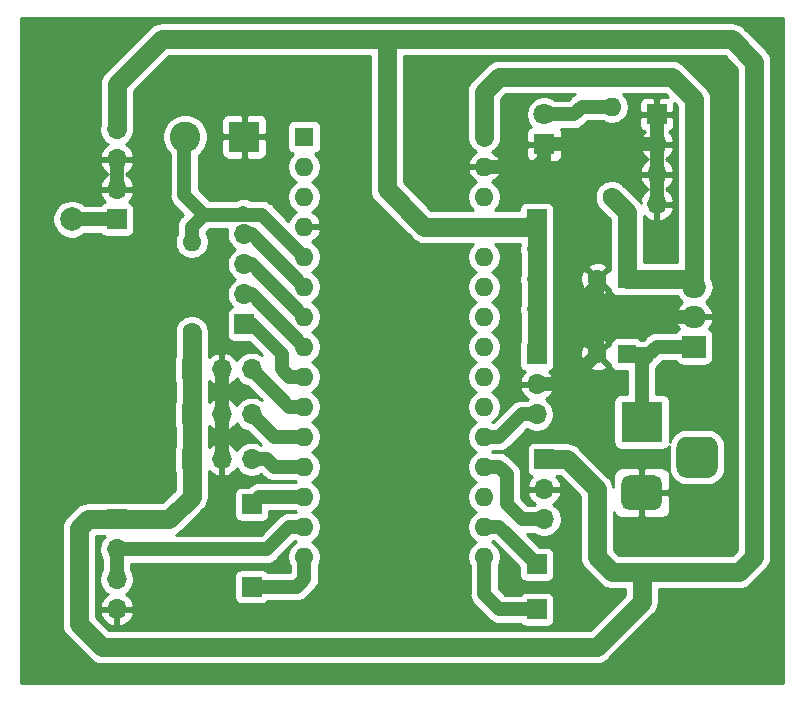
<source format=gbr>
%TF.GenerationSoftware,KiCad,Pcbnew,(5.1.12)-1*%
%TF.CreationDate,2022-03-25T13:53:05+05:30*%
%TF.ProjectId,smart_menu,736d6172-745f-46d6-956e-752e6b696361,rev?*%
%TF.SameCoordinates,Original*%
%TF.FileFunction,Copper,L1,Top*%
%TF.FilePolarity,Positive*%
%FSLAX46Y46*%
G04 Gerber Fmt 4.6, Leading zero omitted, Abs format (unit mm)*
G04 Created by KiCad (PCBNEW (5.1.12)-1) date 2022-03-25 13:53:05*
%MOMM*%
%LPD*%
G01*
G04 APERTURE LIST*
%TA.AperFunction,ComponentPad*%
%ADD10C,2.600000*%
%TD*%
%TA.AperFunction,ComponentPad*%
%ADD11R,2.600000X2.600000*%
%TD*%
%TA.AperFunction,ComponentPad*%
%ADD12O,2.000000X1.905000*%
%TD*%
%TA.AperFunction,ComponentPad*%
%ADD13R,2.000000X1.905000*%
%TD*%
%TA.AperFunction,ComponentPad*%
%ADD14O,1.600000X1.600000*%
%TD*%
%TA.AperFunction,ComponentPad*%
%ADD15C,1.600000*%
%TD*%
%TA.AperFunction,ComponentPad*%
%ADD16R,1.700000X1.700000*%
%TD*%
%TA.AperFunction,ComponentPad*%
%ADD17O,1.700000X1.700000*%
%TD*%
%TA.AperFunction,ComponentPad*%
%ADD18R,3.500000X3.500000*%
%TD*%
%TA.AperFunction,ComponentPad*%
%ADD19C,1.800000*%
%TD*%
%TA.AperFunction,ComponentPad*%
%ADD20R,1.800000X1.800000*%
%TD*%
%TA.AperFunction,ComponentPad*%
%ADD21R,1.600000X1.600000*%
%TD*%
%TA.AperFunction,ViaPad*%
%ADD22C,2.000000*%
%TD*%
%TA.AperFunction,Conductor*%
%ADD23C,1.200000*%
%TD*%
%TA.AperFunction,Conductor*%
%ADD24C,1.600000*%
%TD*%
%TA.AperFunction,Conductor*%
%ADD25C,0.254000*%
%TD*%
%TA.AperFunction,Conductor*%
%ADD26C,0.100000*%
%TD*%
G04 APERTURE END LIST*
D10*
%TO.P,J4,2*%
%TO.N,SW*%
X87710000Y-82550000D03*
D11*
%TO.P,J4,1*%
%TO.N,GND*%
X92710000Y-82550000D03*
%TD*%
D12*
%TO.P,U1,3*%
%TO.N,+5V*%
X130810000Y-95250000D03*
%TO.P,U1,2*%
%TO.N,GND*%
X130810000Y-97790000D03*
D13*
%TO.P,U1,1*%
%TO.N,Net-(C1-Pad1)*%
X130810000Y-100330000D03*
%TD*%
D14*
%TO.P,R1,2*%
%TO.N,Net-(D1-Pad2)*%
X123825000Y-80010000D03*
D15*
%TO.P,R1,1*%
%TO.N,+5V*%
X123825000Y-87630000D03*
%TD*%
D16*
%TO.P,J18,1*%
%TO.N,Net-(A1-Pad17)*%
X117475000Y-118745000D03*
%TD*%
%TO.P,J17,1*%
%TO.N,Net-(A1-Pad16)*%
X117475000Y-122555000D03*
%TD*%
%TO.P,J16,1*%
%TO.N,Net-(A1-Pad15)*%
X93345000Y-120650000D03*
%TD*%
%TO.P,J15,1*%
%TO.N,Net-(A1-Pad13)*%
X93345000Y-113665000D03*
%TD*%
D17*
%TO.P,J14,4*%
%TO.N,Net-(A1-Pad6)*%
X92710000Y-90805000D03*
%TO.P,J14,3*%
%TO.N,Net-(A1-Pad7)*%
X92710000Y-93345000D03*
%TO.P,J14,2*%
%TO.N,Net-(A1-Pad8)*%
X92710000Y-95885000D03*
D16*
%TO.P,J14,1*%
%TO.N,Net-(A1-Pad9)*%
X92710000Y-98425000D03*
%TD*%
D17*
%TO.P,J13,4*%
%TO.N,GND*%
X127635000Y-88265000D03*
%TO.P,J13,3*%
X127635000Y-85725000D03*
%TO.P,J13,2*%
X127635000Y-83185000D03*
D16*
%TO.P,J13,1*%
X127635000Y-80645000D03*
%TD*%
D17*
%TO.P,J12,4*%
%TO.N,VCC*%
X117475000Y-97155000D03*
%TO.P,J12,3*%
X117475000Y-94615000D03*
%TO.P,J12,2*%
X117475000Y-92075000D03*
D16*
%TO.P,J12,1*%
X117475000Y-89535000D03*
%TD*%
D17*
%TO.P,J9,4*%
%TO.N,VCC*%
X81915000Y-81915000D03*
%TO.P,J9,3*%
%TO.N,GND*%
X81915000Y-84455000D03*
%TO.P,J9,2*%
X81915000Y-86995000D03*
D16*
%TO.P,J9,1*%
%TO.N,Net-(J10-Pad1)*%
X81915000Y-89535000D03*
%TD*%
D17*
%TO.P,J8,4*%
%TO.N,GND*%
X81915000Y-122555000D03*
%TO.P,J8,3*%
%TO.N,RF_DATA*%
X81915000Y-120015000D03*
%TO.P,J8,2*%
X81915000Y-117475000D03*
D16*
%TO.P,J8,1*%
%TO.N,VCC*%
X81915000Y-114935000D03*
%TD*%
D17*
%TO.P,J7,3*%
%TO.N,IR4_DATA*%
X118110000Y-114935000D03*
%TO.P,J7,2*%
%TO.N,GND*%
X118110000Y-112395000D03*
D16*
%TO.P,J7,1*%
%TO.N,VCC*%
X118110000Y-109855000D03*
%TD*%
D17*
%TO.P,J6,3*%
%TO.N,IR3_DATA*%
X93345000Y-109855000D03*
%TO.P,J6,2*%
%TO.N,GND*%
X90805000Y-109855000D03*
D16*
%TO.P,J6,1*%
%TO.N,VCC*%
X88265000Y-109855000D03*
%TD*%
D17*
%TO.P,J5,3*%
%TO.N,IR5_DATA*%
X117475000Y-106045000D03*
%TO.P,J5,2*%
%TO.N,GND*%
X117475000Y-103505000D03*
D16*
%TO.P,J5,1*%
%TO.N,VCC*%
X117475000Y-100965000D03*
%TD*%
D17*
%TO.P,J3,3*%
%TO.N,IR2_DATA*%
X93345000Y-106045000D03*
%TO.P,J3,2*%
%TO.N,GND*%
X90805000Y-106045000D03*
D16*
%TO.P,J3,1*%
%TO.N,VCC*%
X88265000Y-106045000D03*
%TD*%
D17*
%TO.P,J2,3*%
%TO.N,IR1_DATA*%
X93345000Y-102235000D03*
%TO.P,J2,2*%
%TO.N,GND*%
X90805000Y-102235000D03*
D16*
%TO.P,J2,1*%
%TO.N,VCC*%
X88265000Y-102235000D03*
%TD*%
%TO.P,J1,3*%
%TO.N,N/C*%
%TA.AperFunction,ComponentPad*%
G36*
G01*
X131940000Y-111430000D02*
X130190000Y-111430000D01*
G75*
G02*
X129315000Y-110555000I0J875000D01*
G01*
X129315000Y-108805000D01*
G75*
G02*
X130190000Y-107930000I875000J0D01*
G01*
X131940000Y-107930000D01*
G75*
G02*
X132815000Y-108805000I0J-875000D01*
G01*
X132815000Y-110555000D01*
G75*
G02*
X131940000Y-111430000I-875000J0D01*
G01*
G37*
%TD.AperFunction*%
%TO.P,J1,2*%
%TO.N,GND*%
%TA.AperFunction,ComponentPad*%
G36*
G01*
X127365000Y-114180000D02*
X125365000Y-114180000D01*
G75*
G02*
X124615000Y-113430000I0J750000D01*
G01*
X124615000Y-111930000D01*
G75*
G02*
X125365000Y-111180000I750000J0D01*
G01*
X127365000Y-111180000D01*
G75*
G02*
X128115000Y-111930000I0J-750000D01*
G01*
X128115000Y-113430000D01*
G75*
G02*
X127365000Y-114180000I-750000J0D01*
G01*
G37*
%TD.AperFunction*%
D18*
%TO.P,J1,1*%
%TO.N,Net-(C1-Pad1)*%
X126365000Y-106680000D03*
%TD*%
D19*
%TO.P,D1,2*%
%TO.N,Net-(D1-Pad2)*%
X118110000Y-80645000D03*
D20*
%TO.P,D1,1*%
%TO.N,GND*%
X118110000Y-83185000D03*
%TD*%
D15*
%TO.P,C2,2*%
%TO.N,GND*%
X122595000Y-94615000D03*
D21*
%TO.P,C2,1*%
%TO.N,+5V*%
X125095000Y-94615000D03*
%TD*%
D15*
%TO.P,C1,2*%
%TO.N,GND*%
X122595000Y-100965000D03*
D21*
%TO.P,C1,1*%
%TO.N,Net-(C1-Pad1)*%
X125095000Y-100965000D03*
%TD*%
D14*
%TO.P,A1,16*%
%TO.N,Net-(A1-Pad16)*%
X113030000Y-118110000D03*
%TO.P,A1,15*%
%TO.N,Net-(A1-Pad15)*%
X97790000Y-118110000D03*
%TO.P,A1,30*%
%TO.N,+5V*%
X113030000Y-82550000D03*
%TO.P,A1,14*%
%TO.N,RF_DATA*%
X97790000Y-115570000D03*
%TO.P,A1,29*%
%TO.N,GND*%
X113030000Y-85090000D03*
%TO.P,A1,13*%
%TO.N,Net-(A1-Pad13)*%
X97790000Y-113030000D03*
%TO.P,A1,28*%
%TO.N,N/C*%
X113030000Y-87630000D03*
%TO.P,A1,12*%
%TO.N,IR3_DATA*%
X97790000Y-110490000D03*
%TO.P,A1,27*%
%TO.N,VCC*%
X113030000Y-90170000D03*
%TO.P,A1,11*%
%TO.N,IR2_DATA*%
X97790000Y-107950000D03*
%TO.P,A1,26*%
%TO.N,N/C*%
X113030000Y-92710000D03*
%TO.P,A1,10*%
%TO.N,IR1_DATA*%
X97790000Y-105410000D03*
%TO.P,A1,25*%
%TO.N,N/C*%
X113030000Y-95250000D03*
%TO.P,A1,9*%
%TO.N,Net-(A1-Pad9)*%
X97790000Y-102870000D03*
%TO.P,A1,24*%
%TO.N,N/C*%
X113030000Y-97790000D03*
%TO.P,A1,8*%
%TO.N,Net-(A1-Pad8)*%
X97790000Y-100330000D03*
%TO.P,A1,23*%
%TO.N,N/C*%
X113030000Y-100330000D03*
%TO.P,A1,7*%
%TO.N,Net-(A1-Pad7)*%
X97790000Y-97790000D03*
%TO.P,A1,22*%
%TO.N,N/C*%
X113030000Y-102870000D03*
%TO.P,A1,6*%
%TO.N,Net-(A1-Pad6)*%
X97790000Y-95250000D03*
%TO.P,A1,21*%
%TO.N,N/C*%
X113030000Y-105410000D03*
%TO.P,A1,5*%
%TO.N,SW*%
X97790000Y-92710000D03*
%TO.P,A1,20*%
%TO.N,IR5_DATA*%
X113030000Y-107950000D03*
%TO.P,A1,4*%
%TO.N,GND*%
X97790000Y-90170000D03*
%TO.P,A1,19*%
%TO.N,IR4_DATA*%
X113030000Y-110490000D03*
%TO.P,A1,3*%
%TO.N,N/C*%
X97790000Y-87630000D03*
%TO.P,A1,18*%
X113030000Y-113030000D03*
%TO.P,A1,2*%
X97790000Y-85090000D03*
%TO.P,A1,17*%
%TO.N,Net-(A1-Pad17)*%
X113030000Y-115570000D03*
D21*
%TO.P,A1,1*%
%TO.N,N/C*%
X97790000Y-82550000D03*
%TD*%
D14*
%TO.P,10K1,2*%
%TO.N,SW*%
X88265000Y-91440000D03*
D15*
%TO.P,10K1,1*%
%TO.N,VCC*%
X88265000Y-99060000D03*
%TD*%
D22*
%TO.N,Net-(J10-Pad1)*%
X78105000Y-89535000D03*
%TD*%
D23*
%TO.N,SW*%
X97790000Y-92710000D02*
X94234999Y-89154999D01*
X88265000Y-90170000D02*
X88265000Y-91440000D01*
X89280001Y-89154999D02*
X88265000Y-90170000D01*
X92630000Y-88980000D02*
X92455001Y-89154999D01*
X92455001Y-89154999D02*
X89280001Y-89154999D01*
X94234999Y-89154999D02*
X92455001Y-89154999D01*
X87630000Y-82630000D02*
X87710000Y-82550000D01*
X87630000Y-87504998D02*
X87630000Y-82630000D01*
X89280001Y-89154999D02*
X87630000Y-87504998D01*
D24*
%TO.N,VCC*%
X117475000Y-97155000D02*
X117475000Y-94615000D01*
X117475000Y-94615000D02*
X117475000Y-92075000D01*
X117475000Y-92075000D02*
X117475000Y-89535000D01*
X117475000Y-97155000D02*
X117475000Y-100965000D01*
X116840000Y-90170000D02*
X113030000Y-90170000D01*
X117475000Y-89535000D02*
X116840000Y-90170000D01*
X88265000Y-109855000D02*
X88265000Y-106045000D01*
X88265000Y-106045000D02*
X88265000Y-102235000D01*
X88265000Y-102235000D02*
X88265000Y-99695000D01*
X88265000Y-99695000D02*
X88265000Y-99060000D01*
X81915000Y-114935000D02*
X86360000Y-114935000D01*
X88265000Y-113030000D02*
X88265000Y-109855000D01*
X86360000Y-114935000D02*
X88265000Y-113030000D01*
X81915000Y-78105000D02*
X81915000Y-81915000D01*
X85725000Y-74295000D02*
X81915000Y-78105000D01*
X104775000Y-74295000D02*
X85725000Y-74295000D01*
X133985000Y-74295000D02*
X104775000Y-74295000D01*
X135890000Y-76200000D02*
X133985000Y-74295000D01*
X134620000Y-119380000D02*
X135890000Y-118110000D01*
X122555000Y-118110000D02*
X123825000Y-119380000D01*
X122555000Y-112395000D02*
X122555000Y-118110000D01*
X120015000Y-109855000D02*
X122555000Y-112395000D01*
X135890000Y-118110000D02*
X135890000Y-76200000D01*
X118110000Y-109855000D02*
X120015000Y-109855000D01*
X126365000Y-119380000D02*
X134620000Y-119380000D01*
X123825000Y-119380000D02*
X126365000Y-119380000D01*
X126365000Y-121920000D02*
X126365000Y-119380000D01*
X122555000Y-125730000D02*
X126365000Y-121920000D01*
X80645000Y-125730000D02*
X122555000Y-125730000D01*
X78740000Y-123825000D02*
X80645000Y-125730000D01*
X78740000Y-115660000D02*
X78740000Y-123825000D01*
X79465000Y-114935000D02*
X78740000Y-115660000D01*
X81915000Y-114935000D02*
X79465000Y-114935000D01*
X104775000Y-86995000D02*
X104775000Y-74295000D01*
X107950000Y-90170000D02*
X104775000Y-86995000D01*
X113030000Y-90170000D02*
X107950000Y-90170000D01*
D23*
%TO.N,Net-(A1-Pad16)*%
X117475000Y-122555000D02*
X114300000Y-122555000D01*
X113030000Y-121285000D02*
X113030000Y-118110000D01*
X114300000Y-122555000D02*
X113030000Y-121285000D01*
%TO.N,Net-(A1-Pad15)*%
X97790000Y-120015000D02*
X97790000Y-118110000D01*
X97155000Y-120650000D02*
X97790000Y-120015000D01*
X93345000Y-120650000D02*
X97155000Y-120650000D01*
D24*
%TO.N,+5V*%
X130175000Y-94615000D02*
X125095000Y-94615000D01*
X130810000Y-95250000D02*
X130175000Y-94615000D01*
X125095000Y-88900000D02*
X125095000Y-94615000D01*
X123825000Y-87630000D02*
X125095000Y-88900000D01*
X128905000Y-77470000D02*
X130810000Y-79375000D01*
X114300000Y-77470000D02*
X128905000Y-77470000D01*
X113030000Y-78740000D02*
X114300000Y-77470000D01*
X130810000Y-79375000D02*
X130810000Y-95250000D01*
X113030000Y-82550000D02*
X113030000Y-78740000D01*
D23*
%TO.N,RF_DATA*%
X81915000Y-120015000D02*
X81915000Y-117475000D01*
X96520000Y-115570000D02*
X97790000Y-115570000D01*
X94615000Y-117475000D02*
X96520000Y-115570000D01*
X81915000Y-117475000D02*
X94615000Y-117475000D01*
%TO.N,GND*%
X127635000Y-88265000D02*
X127635000Y-85725000D01*
X127635000Y-85725000D02*
X127635000Y-83185000D01*
X127635000Y-83185000D02*
X127635000Y-80645000D01*
X127635000Y-83185000D02*
X118110000Y-83185000D01*
X81915000Y-84455000D02*
X81915000Y-86995000D01*
X120055000Y-103505000D02*
X122595000Y-100965000D01*
X117475000Y-103505000D02*
X120055000Y-103505000D01*
X130810000Y-97790000D02*
X124638630Y-97790000D01*
X122595000Y-99020000D02*
X122595000Y-100965000D01*
X123825000Y-97790000D02*
X122595000Y-99020000D01*
X124638630Y-97790000D02*
X123825000Y-97790000D01*
X122595000Y-96560000D02*
X123825000Y-97790000D01*
X122595000Y-94615000D02*
X122595000Y-96560000D01*
X118110000Y-84455000D02*
X118110000Y-83185000D01*
X117475000Y-85090000D02*
X118110000Y-84455000D01*
X113030000Y-85090000D02*
X117475000Y-85090000D01*
X90805000Y-102235000D02*
X90805000Y-106045000D01*
X90805000Y-106045000D02*
X90805000Y-109855000D01*
%TO.N,Net-(A1-Pad13)*%
X93980000Y-113030000D02*
X97790000Y-113030000D01*
X93345000Y-113665000D02*
X93980000Y-113030000D01*
%TO.N,IR3_DATA*%
X93345000Y-109855000D02*
X94615000Y-109855000D01*
X95250000Y-110490000D02*
X97790000Y-110490000D01*
X94615000Y-109855000D02*
X95250000Y-110490000D01*
%TO.N,IR2_DATA*%
X95250000Y-107950000D02*
X93345000Y-106045000D01*
X97790000Y-107950000D02*
X95250000Y-107950000D01*
%TO.N,IR1_DATA*%
X96520000Y-105410000D02*
X97790000Y-105410000D01*
X93345000Y-102235000D02*
X96520000Y-105410000D01*
%TO.N,Net-(A1-Pad9)*%
X93345000Y-98425000D02*
X92710000Y-98425000D01*
X95885000Y-100965000D02*
X93345000Y-98425000D01*
X95885000Y-102235000D02*
X95885000Y-100965000D01*
X96520000Y-102870000D02*
X95885000Y-102235000D01*
X97790000Y-102870000D02*
X96520000Y-102870000D01*
%TO.N,Net-(A1-Pad8)*%
X93345000Y-95885000D02*
X92710000Y-95885000D01*
X97790000Y-100330000D02*
X93345000Y-95885000D01*
%TO.N,Net-(A1-Pad7)*%
X93345000Y-93345000D02*
X92710000Y-93345000D01*
X97790000Y-97790000D02*
X93345000Y-93345000D01*
%TO.N,Net-(A1-Pad6)*%
X93345000Y-90805000D02*
X97790000Y-95250000D01*
X92710000Y-90805000D02*
X93345000Y-90805000D01*
%TO.N,IR5_DATA*%
X114300000Y-107950000D02*
X113030000Y-107950000D01*
X116205000Y-106045000D02*
X114300000Y-107950000D01*
X117475000Y-106045000D02*
X116205000Y-106045000D01*
%TO.N,IR4_DATA*%
X114300000Y-110490000D02*
X113030000Y-110490000D01*
X114935000Y-111125000D02*
X114300000Y-110490000D01*
X114935000Y-113665000D02*
X114935000Y-111125000D01*
X116205000Y-114935000D02*
X114935000Y-113665000D01*
X118110000Y-114935000D02*
X116205000Y-114935000D01*
%TO.N,Net-(A1-Pad17)*%
X114300000Y-115570000D02*
X113030000Y-115570000D01*
X117475000Y-118745000D02*
X114300000Y-115570000D01*
%TO.N,Net-(C1-Pad1)*%
X127000000Y-100965000D02*
X125095000Y-100965000D01*
X127635000Y-100330000D02*
X127000000Y-100965000D01*
X130810000Y-100330000D02*
X127635000Y-100330000D01*
X126365000Y-101600000D02*
X127000000Y-100965000D01*
X126365000Y-106680000D02*
X126365000Y-101600000D01*
%TO.N,Net-(D1-Pad2)*%
X121285000Y-80010000D02*
X123825000Y-80010000D01*
X120650000Y-80645000D02*
X121285000Y-80010000D01*
X118110000Y-80645000D02*
X120650000Y-80645000D01*
%TO.N,Net-(J10-Pad1)*%
X81915000Y-89535000D02*
X78105000Y-89535000D01*
%TD*%
D25*
%TO.N,GND*%
X138303000Y-128778000D02*
X73787000Y-128778000D01*
X73787000Y-115660000D01*
X77298057Y-115660000D01*
X77305000Y-115730492D01*
X77305001Y-123754498D01*
X77298057Y-123825000D01*
X77325764Y-124106308D01*
X77407818Y-124376807D01*
X77407819Y-124376808D01*
X77541069Y-124626101D01*
X77720393Y-124844608D01*
X77775155Y-124889550D01*
X79580450Y-126694846D01*
X79625392Y-126749608D01*
X79843899Y-126928932D01*
X80093192Y-127062182D01*
X80363691Y-127144237D01*
X80645000Y-127171943D01*
X80715495Y-127165000D01*
X122484508Y-127165000D01*
X122555000Y-127171943D01*
X122625492Y-127165000D01*
X122836309Y-127144236D01*
X123106808Y-127062182D01*
X123356101Y-126928932D01*
X123574608Y-126749608D01*
X123619554Y-126694841D01*
X127329850Y-122984546D01*
X127384607Y-122939608D01*
X127563932Y-122721101D01*
X127697182Y-122471808D01*
X127710471Y-122428000D01*
X127779237Y-122201309D01*
X127806943Y-121920000D01*
X127800000Y-121849505D01*
X127800000Y-120815000D01*
X134549508Y-120815000D01*
X134620000Y-120821943D01*
X134690492Y-120815000D01*
X134901309Y-120794236D01*
X135171808Y-120712182D01*
X135421101Y-120578932D01*
X135639608Y-120399608D01*
X135684554Y-120344841D01*
X136854855Y-119174541D01*
X136909607Y-119129608D01*
X136954545Y-119074852D01*
X137026559Y-118987102D01*
X137088932Y-118911101D01*
X137222182Y-118661808D01*
X137304236Y-118391309D01*
X137316174Y-118270099D01*
X137331943Y-118110001D01*
X137325000Y-118039509D01*
X137325000Y-76270495D01*
X137331943Y-76200000D01*
X137304237Y-75918691D01*
X137222182Y-75648192D01*
X137139728Y-75493932D01*
X137088932Y-75398899D01*
X136909608Y-75180392D01*
X136854846Y-75135450D01*
X135049554Y-73330159D01*
X135004608Y-73275392D01*
X134786101Y-73096068D01*
X134536808Y-72962818D01*
X134266309Y-72880764D01*
X134055492Y-72860000D01*
X133985000Y-72853057D01*
X133914508Y-72860000D01*
X104845492Y-72860000D01*
X104775000Y-72853057D01*
X104704508Y-72860000D01*
X85795495Y-72860000D01*
X85725000Y-72853057D01*
X85443691Y-72880763D01*
X85173192Y-72962818D01*
X84923899Y-73096068D01*
X84705392Y-73275392D01*
X84660450Y-73330154D01*
X80950155Y-77040450D01*
X80895392Y-77085393D01*
X80716068Y-77303900D01*
X80665273Y-77398931D01*
X80582818Y-77553193D01*
X80500764Y-77823692D01*
X80473057Y-78105000D01*
X80480000Y-78175492D01*
X80480001Y-81517371D01*
X80430000Y-81768740D01*
X80430000Y-82061260D01*
X80487068Y-82348158D01*
X80599010Y-82618411D01*
X80761525Y-82861632D01*
X80968368Y-83068475D01*
X81150534Y-83190195D01*
X81033645Y-83259822D01*
X80817412Y-83454731D01*
X80643359Y-83688080D01*
X80518175Y-83950901D01*
X80473524Y-84098110D01*
X80594845Y-84328000D01*
X81788000Y-84328000D01*
X81788000Y-84308000D01*
X82042000Y-84308000D01*
X82042000Y-84328000D01*
X83235155Y-84328000D01*
X83356476Y-84098110D01*
X83311825Y-83950901D01*
X83186641Y-83688080D01*
X83012588Y-83454731D01*
X82796355Y-83259822D01*
X82679466Y-83190195D01*
X82861632Y-83068475D01*
X83068475Y-82861632D01*
X83230990Y-82618411D01*
X83342932Y-82348158D01*
X83400000Y-82061260D01*
X83400000Y-81768740D01*
X83350000Y-81517375D01*
X83350000Y-78699395D01*
X86319396Y-75730000D01*
X103340001Y-75730000D01*
X103340000Y-86924508D01*
X103333057Y-86995000D01*
X103341251Y-87078193D01*
X103360764Y-87276308D01*
X103442818Y-87546807D01*
X103576068Y-87796100D01*
X103755392Y-88014607D01*
X103810155Y-88059550D01*
X106885450Y-91134846D01*
X106930392Y-91189608D01*
X107148899Y-91368932D01*
X107383723Y-91494448D01*
X107398192Y-91502182D01*
X107668690Y-91584236D01*
X107949999Y-91611943D01*
X108020491Y-91605000D01*
X112105604Y-91605000D01*
X111915363Y-91795241D01*
X111758320Y-92030273D01*
X111650147Y-92291426D01*
X111595000Y-92568665D01*
X111595000Y-92851335D01*
X111650147Y-93128574D01*
X111758320Y-93389727D01*
X111915363Y-93624759D01*
X112115241Y-93824637D01*
X112347759Y-93980000D01*
X112115241Y-94135363D01*
X111915363Y-94335241D01*
X111758320Y-94570273D01*
X111650147Y-94831426D01*
X111595000Y-95108665D01*
X111595000Y-95391335D01*
X111650147Y-95668574D01*
X111758320Y-95929727D01*
X111915363Y-96164759D01*
X112115241Y-96364637D01*
X112347759Y-96520000D01*
X112115241Y-96675363D01*
X111915363Y-96875241D01*
X111758320Y-97110273D01*
X111650147Y-97371426D01*
X111595000Y-97648665D01*
X111595000Y-97931335D01*
X111650147Y-98208574D01*
X111758320Y-98469727D01*
X111915363Y-98704759D01*
X112115241Y-98904637D01*
X112347759Y-99060000D01*
X112115241Y-99215363D01*
X111915363Y-99415241D01*
X111758320Y-99650273D01*
X111650147Y-99911426D01*
X111595000Y-100188665D01*
X111595000Y-100471335D01*
X111650147Y-100748574D01*
X111758320Y-101009727D01*
X111915363Y-101244759D01*
X112115241Y-101444637D01*
X112347759Y-101600000D01*
X112115241Y-101755363D01*
X111915363Y-101955241D01*
X111758320Y-102190273D01*
X111650147Y-102451426D01*
X111595000Y-102728665D01*
X111595000Y-103011335D01*
X111650147Y-103288574D01*
X111758320Y-103549727D01*
X111915363Y-103784759D01*
X112115241Y-103984637D01*
X112347759Y-104140000D01*
X112115241Y-104295363D01*
X111915363Y-104495241D01*
X111758320Y-104730273D01*
X111650147Y-104991426D01*
X111595000Y-105268665D01*
X111595000Y-105551335D01*
X111650147Y-105828574D01*
X111758320Y-106089727D01*
X111915363Y-106324759D01*
X112115241Y-106524637D01*
X112347759Y-106680000D01*
X112115241Y-106835363D01*
X111915363Y-107035241D01*
X111758320Y-107270273D01*
X111650147Y-107531426D01*
X111595000Y-107808665D01*
X111595000Y-108091335D01*
X111650147Y-108368574D01*
X111758320Y-108629727D01*
X111915363Y-108864759D01*
X112115241Y-109064637D01*
X112347759Y-109220000D01*
X112115241Y-109375363D01*
X111915363Y-109575241D01*
X111758320Y-109810273D01*
X111650147Y-110071426D01*
X111595000Y-110348665D01*
X111595000Y-110631335D01*
X111650147Y-110908574D01*
X111758320Y-111169727D01*
X111915363Y-111404759D01*
X112115241Y-111604637D01*
X112347759Y-111760000D01*
X112115241Y-111915363D01*
X111915363Y-112115241D01*
X111758320Y-112350273D01*
X111650147Y-112611426D01*
X111595000Y-112888665D01*
X111595000Y-113171335D01*
X111650147Y-113448574D01*
X111758320Y-113709727D01*
X111915363Y-113944759D01*
X112115241Y-114144637D01*
X112347759Y-114300000D01*
X112115241Y-114455363D01*
X111915363Y-114655241D01*
X111758320Y-114890273D01*
X111650147Y-115151426D01*
X111595000Y-115428665D01*
X111595000Y-115711335D01*
X111650147Y-115988574D01*
X111758320Y-116249727D01*
X111915363Y-116484759D01*
X112115241Y-116684637D01*
X112347759Y-116840000D01*
X112115241Y-116995363D01*
X111915363Y-117195241D01*
X111758320Y-117430273D01*
X111650147Y-117691426D01*
X111595000Y-117968665D01*
X111595000Y-118251335D01*
X111650147Y-118528574D01*
X111758320Y-118789727D01*
X111795001Y-118844624D01*
X111795000Y-121224335D01*
X111789025Y-121285000D01*
X111812870Y-121527102D01*
X111821251Y-121554731D01*
X111883489Y-121759900D01*
X111998167Y-121974448D01*
X112152498Y-122162502D01*
X112199625Y-122201178D01*
X113383826Y-123385380D01*
X113422498Y-123432502D01*
X113610551Y-123586833D01*
X113825099Y-123701511D01*
X114057897Y-123772130D01*
X114299999Y-123795975D01*
X114360664Y-123790000D01*
X116119499Y-123790000D01*
X116173815Y-123856185D01*
X116270506Y-123935537D01*
X116380820Y-123994502D01*
X116500518Y-124030812D01*
X116625000Y-124043072D01*
X118325000Y-124043072D01*
X118449482Y-124030812D01*
X118569180Y-123994502D01*
X118679494Y-123935537D01*
X118776185Y-123856185D01*
X118855537Y-123759494D01*
X118914502Y-123649180D01*
X118950812Y-123529482D01*
X118963072Y-123405000D01*
X118963072Y-121705000D01*
X118950812Y-121580518D01*
X118914502Y-121460820D01*
X118855537Y-121350506D01*
X118776185Y-121253815D01*
X118679494Y-121174463D01*
X118569180Y-121115498D01*
X118449482Y-121079188D01*
X118325000Y-121066928D01*
X116625000Y-121066928D01*
X116500518Y-121079188D01*
X116380820Y-121115498D01*
X116270506Y-121174463D01*
X116173815Y-121253815D01*
X116119499Y-121320000D01*
X114811554Y-121320000D01*
X114265000Y-120773447D01*
X114265000Y-118844623D01*
X114301680Y-118789727D01*
X114409853Y-118528574D01*
X114465000Y-118251335D01*
X114465000Y-117968665D01*
X114409853Y-117691426D01*
X114301680Y-117430273D01*
X114144637Y-117195241D01*
X113944759Y-116995363D01*
X113712241Y-116840000D01*
X113764623Y-116805000D01*
X113788447Y-116805000D01*
X115986928Y-119003482D01*
X115986928Y-119595000D01*
X115999188Y-119719482D01*
X116035498Y-119839180D01*
X116094463Y-119949494D01*
X116173815Y-120046185D01*
X116270506Y-120125537D01*
X116380820Y-120184502D01*
X116500518Y-120220812D01*
X116625000Y-120233072D01*
X118325000Y-120233072D01*
X118449482Y-120220812D01*
X118569180Y-120184502D01*
X118679494Y-120125537D01*
X118776185Y-120046185D01*
X118855537Y-119949494D01*
X118914502Y-119839180D01*
X118950812Y-119719482D01*
X118963072Y-119595000D01*
X118963072Y-117895000D01*
X118950812Y-117770518D01*
X118914502Y-117650820D01*
X118855537Y-117540506D01*
X118776185Y-117443815D01*
X118679494Y-117364463D01*
X118569180Y-117305498D01*
X118449482Y-117269188D01*
X118325000Y-117256928D01*
X117733482Y-117256928D01*
X116646553Y-116170000D01*
X117285379Y-116170000D01*
X117406589Y-116250990D01*
X117676842Y-116362932D01*
X117963740Y-116420000D01*
X118256260Y-116420000D01*
X118543158Y-116362932D01*
X118813411Y-116250990D01*
X119056632Y-116088475D01*
X119263475Y-115881632D01*
X119425990Y-115638411D01*
X119537932Y-115368158D01*
X119595000Y-115081260D01*
X119595000Y-114788740D01*
X119537932Y-114501842D01*
X119425990Y-114231589D01*
X119263475Y-113988368D01*
X119056632Y-113781525D01*
X118874466Y-113659805D01*
X118991355Y-113590178D01*
X119207588Y-113395269D01*
X119381641Y-113161920D01*
X119506825Y-112899099D01*
X119551476Y-112751890D01*
X119430155Y-112522000D01*
X118237000Y-112522000D01*
X118237000Y-112542000D01*
X117983000Y-112542000D01*
X117983000Y-112522000D01*
X116789845Y-112522000D01*
X116668524Y-112751890D01*
X116713175Y-112899099D01*
X116838359Y-113161920D01*
X117012412Y-113395269D01*
X117228645Y-113590178D01*
X117345534Y-113659805D01*
X117285379Y-113700000D01*
X116716554Y-113700000D01*
X116170000Y-113153447D01*
X116170000Y-111185665D01*
X116175975Y-111125000D01*
X116152130Y-110882898D01*
X116127478Y-110801632D01*
X116081511Y-110650099D01*
X115966833Y-110435551D01*
X115812502Y-110247498D01*
X115765370Y-110208817D01*
X115216179Y-109659626D01*
X115177502Y-109612498D01*
X114989449Y-109458167D01*
X114774901Y-109343489D01*
X114542102Y-109272870D01*
X114360665Y-109255000D01*
X114300000Y-109249025D01*
X114239335Y-109255000D01*
X113764623Y-109255000D01*
X113712241Y-109220000D01*
X113764623Y-109185000D01*
X114239335Y-109185000D01*
X114300000Y-109190975D01*
X114360665Y-109185000D01*
X114542102Y-109167130D01*
X114774901Y-109096511D01*
X114989449Y-108981833D01*
X115177502Y-108827502D01*
X115216178Y-108780375D01*
X116690048Y-107306506D01*
X116771589Y-107360990D01*
X117041842Y-107472932D01*
X117328740Y-107530000D01*
X117621260Y-107530000D01*
X117908158Y-107472932D01*
X118178411Y-107360990D01*
X118421632Y-107198475D01*
X118628475Y-106991632D01*
X118790990Y-106748411D01*
X118902932Y-106478158D01*
X118960000Y-106191260D01*
X118960000Y-105898740D01*
X118902932Y-105611842D01*
X118790990Y-105341589D01*
X118628475Y-105098368D01*
X118421632Y-104891525D01*
X118239466Y-104769805D01*
X118356355Y-104700178D01*
X118572588Y-104505269D01*
X118746641Y-104271920D01*
X118871825Y-104009099D01*
X118916476Y-103861890D01*
X118795155Y-103632000D01*
X117602000Y-103632000D01*
X117602000Y-103652000D01*
X117348000Y-103652000D01*
X117348000Y-103632000D01*
X116154845Y-103632000D01*
X116033524Y-103861890D01*
X116078175Y-104009099D01*
X116203359Y-104271920D01*
X116377412Y-104505269D01*
X116593645Y-104700178D01*
X116710534Y-104769805D01*
X116650379Y-104810000D01*
X116265665Y-104810000D01*
X116205000Y-104804025D01*
X116144335Y-104810000D01*
X115962898Y-104827870D01*
X115730099Y-104898489D01*
X115515551Y-105013167D01*
X115327498Y-105167498D01*
X115288826Y-105214620D01*
X113788447Y-106715000D01*
X113764623Y-106715000D01*
X113712241Y-106680000D01*
X113944759Y-106524637D01*
X114144637Y-106324759D01*
X114301680Y-106089727D01*
X114409853Y-105828574D01*
X114465000Y-105551335D01*
X114465000Y-105268665D01*
X114409853Y-104991426D01*
X114301680Y-104730273D01*
X114144637Y-104495241D01*
X113944759Y-104295363D01*
X113712241Y-104140000D01*
X113944759Y-103984637D01*
X114144637Y-103784759D01*
X114301680Y-103549727D01*
X114409853Y-103288574D01*
X114465000Y-103011335D01*
X114465000Y-102728665D01*
X114409853Y-102451426D01*
X114301680Y-102190273D01*
X114144637Y-101955241D01*
X113944759Y-101755363D01*
X113712241Y-101600000D01*
X113944759Y-101444637D01*
X114144637Y-101244759D01*
X114301680Y-101009727D01*
X114409853Y-100748574D01*
X114465000Y-100471335D01*
X114465000Y-100188665D01*
X114409853Y-99911426D01*
X114301680Y-99650273D01*
X114144637Y-99415241D01*
X113944759Y-99215363D01*
X113712241Y-99060000D01*
X113944759Y-98904637D01*
X114144637Y-98704759D01*
X114301680Y-98469727D01*
X114409853Y-98208574D01*
X114465000Y-97931335D01*
X114465000Y-97648665D01*
X114409853Y-97371426D01*
X114301680Y-97110273D01*
X114144637Y-96875241D01*
X113944759Y-96675363D01*
X113712241Y-96520000D01*
X113944759Y-96364637D01*
X114144637Y-96164759D01*
X114301680Y-95929727D01*
X114409853Y-95668574D01*
X114465000Y-95391335D01*
X114465000Y-95108665D01*
X114409853Y-94831426D01*
X114301680Y-94570273D01*
X114144637Y-94335241D01*
X113944759Y-94135363D01*
X113712241Y-93980000D01*
X113944759Y-93824637D01*
X114144637Y-93624759D01*
X114301680Y-93389727D01*
X114409853Y-93128574D01*
X114465000Y-92851335D01*
X114465000Y-92568665D01*
X114409853Y-92291426D01*
X114301680Y-92030273D01*
X114144637Y-91795241D01*
X113954396Y-91605000D01*
X116040000Y-91605000D01*
X116040000Y-91677374D01*
X115990000Y-91928740D01*
X115990000Y-92221260D01*
X116040001Y-92472629D01*
X116040000Y-94217374D01*
X115990000Y-94468740D01*
X115990000Y-94761260D01*
X116040001Y-95012629D01*
X116040000Y-96757374D01*
X115990000Y-97008740D01*
X115990000Y-97301260D01*
X116040000Y-97552626D01*
X116040001Y-99862396D01*
X116035498Y-99870820D01*
X115999188Y-99990518D01*
X115986928Y-100115000D01*
X115986928Y-101815000D01*
X115999188Y-101939482D01*
X116035498Y-102059180D01*
X116094463Y-102169494D01*
X116173815Y-102266185D01*
X116270506Y-102345537D01*
X116380820Y-102404502D01*
X116461466Y-102428966D01*
X116377412Y-102504731D01*
X116203359Y-102738080D01*
X116078175Y-103000901D01*
X116033524Y-103148110D01*
X116154845Y-103378000D01*
X117348000Y-103378000D01*
X117348000Y-103358000D01*
X117602000Y-103358000D01*
X117602000Y-103378000D01*
X118795155Y-103378000D01*
X118916476Y-103148110D01*
X118871825Y-103000901D01*
X118746641Y-102738080D01*
X118572588Y-102504731D01*
X118488534Y-102428966D01*
X118569180Y-102404502D01*
X118679494Y-102345537D01*
X118776185Y-102266185D01*
X118855537Y-102169494D01*
X118914502Y-102059180D01*
X118945285Y-101957702D01*
X121781903Y-101957702D01*
X121853486Y-102201671D01*
X122108996Y-102322571D01*
X122383184Y-102391300D01*
X122665512Y-102405217D01*
X122945130Y-102363787D01*
X123211292Y-102268603D01*
X123336514Y-102201671D01*
X123408097Y-101957702D01*
X122595000Y-101144605D01*
X121781903Y-101957702D01*
X118945285Y-101957702D01*
X118950812Y-101939482D01*
X118963072Y-101815000D01*
X118963072Y-101035512D01*
X121154783Y-101035512D01*
X121196213Y-101315130D01*
X121291397Y-101581292D01*
X121358329Y-101706514D01*
X121602298Y-101778097D01*
X122415395Y-100965000D01*
X122774605Y-100965000D01*
X123587702Y-101778097D01*
X123656928Y-101757785D01*
X123656928Y-101765000D01*
X123669188Y-101889482D01*
X123705498Y-102009180D01*
X123764463Y-102119494D01*
X123843815Y-102216185D01*
X123940506Y-102295537D01*
X124050820Y-102354502D01*
X124170518Y-102390812D01*
X124295000Y-102403072D01*
X125130001Y-102403072D01*
X125130000Y-104291928D01*
X124615000Y-104291928D01*
X124490518Y-104304188D01*
X124370820Y-104340498D01*
X124260506Y-104399463D01*
X124163815Y-104478815D01*
X124084463Y-104575506D01*
X124025498Y-104685820D01*
X123989188Y-104805518D01*
X123976928Y-104930000D01*
X123976928Y-108430000D01*
X123989188Y-108554482D01*
X124025498Y-108674180D01*
X124084463Y-108784494D01*
X124163815Y-108881185D01*
X124260506Y-108960537D01*
X124370820Y-109019502D01*
X124490518Y-109055812D01*
X124615000Y-109068072D01*
X128115000Y-109068072D01*
X128239482Y-109055812D01*
X128359180Y-109019502D01*
X128469494Y-108960537D01*
X128566185Y-108881185D01*
X128645537Y-108784494D01*
X128686494Y-108707869D01*
X128676928Y-108805000D01*
X128676928Y-110555000D01*
X128706001Y-110850186D01*
X128792104Y-111134028D01*
X128931927Y-111395618D01*
X129120097Y-111624903D01*
X129349382Y-111813073D01*
X129610972Y-111952896D01*
X129894814Y-112038999D01*
X130190000Y-112068072D01*
X131940000Y-112068072D01*
X132235186Y-112038999D01*
X132519028Y-111952896D01*
X132780618Y-111813073D01*
X133009903Y-111624903D01*
X133198073Y-111395618D01*
X133337896Y-111134028D01*
X133423999Y-110850186D01*
X133453072Y-110555000D01*
X133453072Y-108805000D01*
X133423999Y-108509814D01*
X133337896Y-108225972D01*
X133198073Y-107964382D01*
X133009903Y-107735097D01*
X132780618Y-107546927D01*
X132519028Y-107407104D01*
X132235186Y-107321001D01*
X131940000Y-107291928D01*
X130190000Y-107291928D01*
X129894814Y-107321001D01*
X129610972Y-107407104D01*
X129349382Y-107546927D01*
X129120097Y-107735097D01*
X128931927Y-107964382D01*
X128792104Y-108225972D01*
X128753072Y-108354643D01*
X128753072Y-104930000D01*
X128740812Y-104805518D01*
X128704502Y-104685820D01*
X128645537Y-104575506D01*
X128566185Y-104478815D01*
X128469494Y-104399463D01*
X128359180Y-104340498D01*
X128239482Y-104304188D01*
X128115000Y-104291928D01*
X127600000Y-104291928D01*
X127600000Y-102111552D01*
X127830370Y-101881183D01*
X127877502Y-101842502D01*
X127916179Y-101795374D01*
X128146553Y-101565000D01*
X129240981Y-101565000D01*
X129279463Y-101636994D01*
X129358815Y-101733685D01*
X129455506Y-101813037D01*
X129565820Y-101872002D01*
X129685518Y-101908312D01*
X129810000Y-101920572D01*
X131810000Y-101920572D01*
X131934482Y-101908312D01*
X132054180Y-101872002D01*
X132164494Y-101813037D01*
X132261185Y-101733685D01*
X132340537Y-101636994D01*
X132399502Y-101526680D01*
X132435812Y-101406982D01*
X132448072Y-101282500D01*
X132448072Y-99377500D01*
X132435812Y-99253018D01*
X132399502Y-99133320D01*
X132340537Y-99023006D01*
X132261185Y-98926315D01*
X132164494Y-98846963D01*
X132072781Y-98797941D01*
X132185969Y-98656923D01*
X132329571Y-98381094D01*
X132400563Y-98162980D01*
X132280594Y-97917000D01*
X130937000Y-97917000D01*
X130937000Y-97937000D01*
X130683000Y-97937000D01*
X130683000Y-97917000D01*
X129339406Y-97917000D01*
X129219437Y-98162980D01*
X129290429Y-98381094D01*
X129434031Y-98656923D01*
X129547219Y-98797941D01*
X129455506Y-98846963D01*
X129358815Y-98926315D01*
X129279463Y-99023006D01*
X129240981Y-99095000D01*
X127695665Y-99095000D01*
X127635000Y-99089025D01*
X127574335Y-99095000D01*
X127392898Y-99112870D01*
X127160099Y-99183489D01*
X126945551Y-99298167D01*
X126757498Y-99452498D01*
X126718817Y-99499630D01*
X126488448Y-99730000D01*
X126359468Y-99730000D01*
X126346185Y-99713815D01*
X126249494Y-99634463D01*
X126139180Y-99575498D01*
X126019482Y-99539188D01*
X125895000Y-99526928D01*
X124295000Y-99526928D01*
X124170518Y-99539188D01*
X124050820Y-99575498D01*
X123940506Y-99634463D01*
X123843815Y-99713815D01*
X123764463Y-99810506D01*
X123705498Y-99920820D01*
X123669188Y-100040518D01*
X123656928Y-100165000D01*
X123656928Y-100172215D01*
X123587702Y-100151903D01*
X122774605Y-100965000D01*
X122415395Y-100965000D01*
X121602298Y-100151903D01*
X121358329Y-100223486D01*
X121237429Y-100478996D01*
X121168700Y-100753184D01*
X121154783Y-101035512D01*
X118963072Y-101035512D01*
X118963072Y-100115000D01*
X118950812Y-99990518D01*
X118945286Y-99972298D01*
X121781903Y-99972298D01*
X122595000Y-100785395D01*
X123408097Y-99972298D01*
X123336514Y-99728329D01*
X123081004Y-99607429D01*
X122806816Y-99538700D01*
X122524488Y-99524783D01*
X122244870Y-99566213D01*
X121978708Y-99661397D01*
X121853486Y-99728329D01*
X121781903Y-99972298D01*
X118945286Y-99972298D01*
X118914502Y-99870820D01*
X118910000Y-99862397D01*
X118910000Y-97552625D01*
X118960000Y-97301260D01*
X118960000Y-97008740D01*
X118910000Y-96757375D01*
X118910000Y-95607702D01*
X121781903Y-95607702D01*
X121853486Y-95851671D01*
X122108996Y-95972571D01*
X122383184Y-96041300D01*
X122665512Y-96055217D01*
X122945130Y-96013787D01*
X123211292Y-95918603D01*
X123336514Y-95851671D01*
X123408097Y-95607702D01*
X122595000Y-94794605D01*
X121781903Y-95607702D01*
X118910000Y-95607702D01*
X118910000Y-95012625D01*
X118960000Y-94761260D01*
X118960000Y-94685512D01*
X121154783Y-94685512D01*
X121196213Y-94965130D01*
X121291397Y-95231292D01*
X121358329Y-95356514D01*
X121602298Y-95428097D01*
X122415395Y-94615000D01*
X121602298Y-93801903D01*
X121358329Y-93873486D01*
X121237429Y-94128996D01*
X121168700Y-94403184D01*
X121154783Y-94685512D01*
X118960000Y-94685512D01*
X118960000Y-94468740D01*
X118910000Y-94217375D01*
X118910000Y-93622298D01*
X121781903Y-93622298D01*
X122595000Y-94435395D01*
X123408097Y-93622298D01*
X123336514Y-93378329D01*
X123081004Y-93257429D01*
X122806816Y-93188700D01*
X122524488Y-93174783D01*
X122244870Y-93216213D01*
X121978708Y-93311397D01*
X121853486Y-93378329D01*
X121781903Y-93622298D01*
X118910000Y-93622298D01*
X118910000Y-92472625D01*
X118960000Y-92221260D01*
X118960000Y-91928740D01*
X118910000Y-91677375D01*
X118910000Y-90637603D01*
X118914502Y-90629180D01*
X118950812Y-90509482D01*
X118963072Y-90385000D01*
X118963072Y-88685000D01*
X118950812Y-88560518D01*
X118914502Y-88440820D01*
X118855537Y-88330506D01*
X118776185Y-88233815D01*
X118679494Y-88154463D01*
X118569180Y-88095498D01*
X118449482Y-88059188D01*
X118325000Y-88046928D01*
X116625000Y-88046928D01*
X116500518Y-88059188D01*
X116380820Y-88095498D01*
X116270506Y-88154463D01*
X116173815Y-88233815D01*
X116094463Y-88330506D01*
X116035498Y-88440820D01*
X115999188Y-88560518D01*
X115986928Y-88685000D01*
X115986928Y-88735000D01*
X113954396Y-88735000D01*
X114144637Y-88544759D01*
X114301680Y-88309727D01*
X114409853Y-88048574D01*
X114465000Y-87771335D01*
X114465000Y-87488665D01*
X114409853Y-87211426D01*
X114301680Y-86950273D01*
X114144637Y-86715241D01*
X113944759Y-86515363D01*
X113709727Y-86358320D01*
X113699135Y-86353933D01*
X113885131Y-86242385D01*
X114093519Y-86053414D01*
X114261037Y-85827420D01*
X114381246Y-85573087D01*
X114421904Y-85439039D01*
X114299915Y-85217000D01*
X113157000Y-85217000D01*
X113157000Y-85237000D01*
X112903000Y-85237000D01*
X112903000Y-85217000D01*
X111760085Y-85217000D01*
X111638096Y-85439039D01*
X111678754Y-85573087D01*
X111798963Y-85827420D01*
X111966481Y-86053414D01*
X112174869Y-86242385D01*
X112360865Y-86353933D01*
X112350273Y-86358320D01*
X112115241Y-86515363D01*
X111915363Y-86715241D01*
X111758320Y-86950273D01*
X111650147Y-87211426D01*
X111595000Y-87488665D01*
X111595000Y-87771335D01*
X111650147Y-88048574D01*
X111758320Y-88309727D01*
X111915363Y-88544759D01*
X112105604Y-88735000D01*
X108544396Y-88735000D01*
X106210000Y-86400605D01*
X106210000Y-78740000D01*
X111588057Y-78740000D01*
X111595001Y-78810502D01*
X111595000Y-82408665D01*
X111595000Y-82691335D01*
X111608821Y-82760818D01*
X111615764Y-82831308D01*
X111636326Y-82899094D01*
X111650147Y-82968574D01*
X111677254Y-83034017D01*
X111697818Y-83101807D01*
X111731213Y-83164284D01*
X111758320Y-83229727D01*
X111797675Y-83288626D01*
X111831068Y-83351100D01*
X111876007Y-83405858D01*
X111915363Y-83464759D01*
X111965455Y-83514851D01*
X112010392Y-83569607D01*
X112065150Y-83614546D01*
X112115241Y-83664637D01*
X112174138Y-83703991D01*
X112228899Y-83748932D01*
X112291378Y-83782328D01*
X112350273Y-83821680D01*
X112360865Y-83826067D01*
X112174869Y-83937615D01*
X111966481Y-84126586D01*
X111798963Y-84352580D01*
X111678754Y-84606913D01*
X111638096Y-84740961D01*
X111760085Y-84963000D01*
X112903000Y-84963000D01*
X112903000Y-84943000D01*
X113157000Y-84943000D01*
X113157000Y-84963000D01*
X114299915Y-84963000D01*
X114421904Y-84740961D01*
X114381246Y-84606913D01*
X114261037Y-84352580D01*
X114093519Y-84126586D01*
X114047660Y-84085000D01*
X116571928Y-84085000D01*
X116584188Y-84209482D01*
X116620498Y-84329180D01*
X116679463Y-84439494D01*
X116758815Y-84536185D01*
X116855506Y-84615537D01*
X116965820Y-84674502D01*
X117085518Y-84710812D01*
X117210000Y-84723072D01*
X117824250Y-84720000D01*
X117983000Y-84561250D01*
X117983000Y-83312000D01*
X118237000Y-83312000D01*
X118237000Y-84561250D01*
X118395750Y-84720000D01*
X119010000Y-84723072D01*
X119134482Y-84710812D01*
X119254180Y-84674502D01*
X119364494Y-84615537D01*
X119461185Y-84536185D01*
X119540537Y-84439494D01*
X119599502Y-84329180D01*
X119635812Y-84209482D01*
X119648072Y-84085000D01*
X119645356Y-83541890D01*
X126193524Y-83541890D01*
X126238175Y-83689099D01*
X126363359Y-83951920D01*
X126537412Y-84185269D01*
X126753645Y-84380178D01*
X126879255Y-84455000D01*
X126753645Y-84529822D01*
X126537412Y-84724731D01*
X126363359Y-84958080D01*
X126238175Y-85220901D01*
X126193524Y-85368110D01*
X126314845Y-85598000D01*
X127508000Y-85598000D01*
X127508000Y-83312000D01*
X127762000Y-83312000D01*
X127762000Y-85598000D01*
X128955155Y-85598000D01*
X129076476Y-85368110D01*
X129031825Y-85220901D01*
X128906641Y-84958080D01*
X128732588Y-84724731D01*
X128516355Y-84529822D01*
X128390745Y-84455000D01*
X128516355Y-84380178D01*
X128732588Y-84185269D01*
X128906641Y-83951920D01*
X129031825Y-83689099D01*
X129076476Y-83541890D01*
X128955155Y-83312000D01*
X127762000Y-83312000D01*
X127508000Y-83312000D01*
X126314845Y-83312000D01*
X126193524Y-83541890D01*
X119645356Y-83541890D01*
X119645000Y-83470750D01*
X119486250Y-83312000D01*
X118237000Y-83312000D01*
X117983000Y-83312000D01*
X116733750Y-83312000D01*
X116575000Y-83470750D01*
X116571928Y-84085000D01*
X114047660Y-84085000D01*
X113885131Y-83937615D01*
X113699135Y-83826067D01*
X113709727Y-83821680D01*
X113768626Y-83782325D01*
X113831100Y-83748932D01*
X113885858Y-83703993D01*
X113944759Y-83664637D01*
X113994851Y-83614545D01*
X114049607Y-83569608D01*
X114094546Y-83514850D01*
X114144637Y-83464759D01*
X114183991Y-83405862D01*
X114228932Y-83351101D01*
X114262328Y-83288622D01*
X114301680Y-83229727D01*
X114328786Y-83164288D01*
X114362182Y-83101808D01*
X114382747Y-83034014D01*
X114409853Y-82968574D01*
X114423673Y-82899097D01*
X114444236Y-82831309D01*
X114451179Y-82760817D01*
X114465000Y-82691335D01*
X114465000Y-79334396D01*
X114894396Y-78905000D01*
X120732437Y-78905000D01*
X120595551Y-78978167D01*
X120407498Y-79132498D01*
X120368817Y-79179630D01*
X120138448Y-79410000D01*
X119024618Y-79410000D01*
X118837095Y-79284701D01*
X118557743Y-79168989D01*
X118261184Y-79110000D01*
X117958816Y-79110000D01*
X117662257Y-79168989D01*
X117382905Y-79284701D01*
X117131495Y-79452688D01*
X116917688Y-79666495D01*
X116749701Y-79917905D01*
X116633989Y-80197257D01*
X116575000Y-80493816D01*
X116575000Y-80796184D01*
X116633989Y-81092743D01*
X116749701Y-81372095D01*
X116917688Y-81623505D01*
X116984127Y-81689944D01*
X116965820Y-81695498D01*
X116855506Y-81754463D01*
X116758815Y-81833815D01*
X116679463Y-81930506D01*
X116620498Y-82040820D01*
X116584188Y-82160518D01*
X116571928Y-82285000D01*
X116575000Y-82899250D01*
X116733750Y-83058000D01*
X117983000Y-83058000D01*
X117983000Y-83038000D01*
X118237000Y-83038000D01*
X118237000Y-83058000D01*
X119486250Y-83058000D01*
X119645000Y-82899250D01*
X119648072Y-82285000D01*
X119635812Y-82160518D01*
X119599502Y-82040820D01*
X119540537Y-81930506D01*
X119499088Y-81880000D01*
X120589335Y-81880000D01*
X120650000Y-81885975D01*
X120710665Y-81880000D01*
X120892102Y-81862130D01*
X121124901Y-81791511D01*
X121339449Y-81676833D01*
X121527502Y-81522502D01*
X121550072Y-81495000D01*
X126146928Y-81495000D01*
X126159188Y-81619482D01*
X126195498Y-81739180D01*
X126254463Y-81849494D01*
X126333815Y-81946185D01*
X126430506Y-82025537D01*
X126540820Y-82084502D01*
X126621466Y-82108966D01*
X126537412Y-82184731D01*
X126363359Y-82418080D01*
X126238175Y-82680901D01*
X126193524Y-82828110D01*
X126314845Y-83058000D01*
X127508000Y-83058000D01*
X127508000Y-80772000D01*
X127762000Y-80772000D01*
X127762000Y-83058000D01*
X128955155Y-83058000D01*
X129076476Y-82828110D01*
X129031825Y-82680901D01*
X128906641Y-82418080D01*
X128732588Y-82184731D01*
X128648534Y-82108966D01*
X128729180Y-82084502D01*
X128839494Y-82025537D01*
X128936185Y-81946185D01*
X129015537Y-81849494D01*
X129074502Y-81739180D01*
X129110812Y-81619482D01*
X129123072Y-81495000D01*
X129120000Y-80930750D01*
X128961250Y-80772000D01*
X127762000Y-80772000D01*
X127508000Y-80772000D01*
X126308750Y-80772000D01*
X126150000Y-80930750D01*
X126146928Y-81495000D01*
X121550072Y-81495000D01*
X121566179Y-81475374D01*
X121796553Y-81245000D01*
X123090377Y-81245000D01*
X123145273Y-81281680D01*
X123406426Y-81389853D01*
X123683665Y-81445000D01*
X123966335Y-81445000D01*
X124243574Y-81389853D01*
X124504727Y-81281680D01*
X124739759Y-81124637D01*
X124939637Y-80924759D01*
X125096680Y-80689727D01*
X125204853Y-80428574D01*
X125260000Y-80151335D01*
X125260000Y-79868665D01*
X125245347Y-79795000D01*
X126146928Y-79795000D01*
X126150000Y-80359250D01*
X126308750Y-80518000D01*
X127508000Y-80518000D01*
X127508000Y-79318750D01*
X127349250Y-79160000D01*
X126785000Y-79156928D01*
X126660518Y-79169188D01*
X126540820Y-79205498D01*
X126430506Y-79264463D01*
X126333815Y-79343815D01*
X126254463Y-79440506D01*
X126195498Y-79550820D01*
X126159188Y-79670518D01*
X126146928Y-79795000D01*
X125245347Y-79795000D01*
X125204853Y-79591426D01*
X125096680Y-79330273D01*
X124939637Y-79095241D01*
X124749396Y-78905000D01*
X128310605Y-78905000D01*
X128571003Y-79165398D01*
X128485000Y-79156928D01*
X127920750Y-79160000D01*
X127762000Y-79318750D01*
X127762000Y-80518000D01*
X128961250Y-80518000D01*
X129120000Y-80359250D01*
X129123072Y-79795000D01*
X129114602Y-79708997D01*
X129375000Y-79969396D01*
X129375001Y-93180000D01*
X126530000Y-93180000D01*
X126530000Y-89255332D01*
X126537412Y-89265269D01*
X126753645Y-89460178D01*
X127003748Y-89609157D01*
X127278109Y-89706481D01*
X127508000Y-89585814D01*
X127508000Y-88392000D01*
X127762000Y-88392000D01*
X127762000Y-89585814D01*
X127991891Y-89706481D01*
X128266252Y-89609157D01*
X128516355Y-89460178D01*
X128732588Y-89265269D01*
X128906641Y-89031920D01*
X129031825Y-88769099D01*
X129076476Y-88621890D01*
X128955155Y-88392000D01*
X127762000Y-88392000D01*
X127508000Y-88392000D01*
X127488000Y-88392000D01*
X127488000Y-88138000D01*
X127508000Y-88138000D01*
X127508000Y-85852000D01*
X127762000Y-85852000D01*
X127762000Y-88138000D01*
X128955155Y-88138000D01*
X129076476Y-87908110D01*
X129031825Y-87760901D01*
X128906641Y-87498080D01*
X128732588Y-87264731D01*
X128516355Y-87069822D01*
X128390745Y-86995000D01*
X128516355Y-86920178D01*
X128732588Y-86725269D01*
X128906641Y-86491920D01*
X129031825Y-86229099D01*
X129076476Y-86081890D01*
X128955155Y-85852000D01*
X127762000Y-85852000D01*
X127508000Y-85852000D01*
X126314845Y-85852000D01*
X126193524Y-86081890D01*
X126238175Y-86229099D01*
X126363359Y-86491920D01*
X126537412Y-86725269D01*
X126753645Y-86920178D01*
X126879255Y-86995000D01*
X126753645Y-87069822D01*
X126537412Y-87264731D01*
X126363359Y-87498080D01*
X126238175Y-87760901D01*
X126193524Y-87908110D01*
X126314844Y-88137998D01*
X126314831Y-88137998D01*
X126293932Y-88098899D01*
X126182264Y-87962832D01*
X126159543Y-87935146D01*
X126159541Y-87935144D01*
X126114607Y-87880392D01*
X126059855Y-87835459D01*
X124739759Y-86515363D01*
X124680851Y-86476002D01*
X124626100Y-86431069D01*
X124563631Y-86397679D01*
X124504727Y-86358320D01*
X124439282Y-86331212D01*
X124376807Y-86297818D01*
X124309017Y-86277254D01*
X124243574Y-86250147D01*
X124174094Y-86236326D01*
X124106308Y-86215764D01*
X124035818Y-86208821D01*
X123966335Y-86195000D01*
X123895492Y-86195000D01*
X123825000Y-86188057D01*
X123754508Y-86195000D01*
X123683665Y-86195000D01*
X123614182Y-86208821D01*
X123543692Y-86215764D01*
X123475906Y-86236326D01*
X123406426Y-86250147D01*
X123340983Y-86277254D01*
X123273193Y-86297818D01*
X123210718Y-86331212D01*
X123145273Y-86358320D01*
X123086369Y-86397679D01*
X123023900Y-86431069D01*
X122969149Y-86476002D01*
X122910241Y-86515363D01*
X122860144Y-86565460D01*
X122805393Y-86610393D01*
X122760460Y-86665144D01*
X122710363Y-86715241D01*
X122671002Y-86774149D01*
X122626069Y-86828900D01*
X122592679Y-86891369D01*
X122553320Y-86950273D01*
X122526212Y-87015718D01*
X122492818Y-87078193D01*
X122472254Y-87145983D01*
X122445147Y-87211426D01*
X122431326Y-87280906D01*
X122410764Y-87348692D01*
X122403821Y-87419182D01*
X122390000Y-87488665D01*
X122390000Y-87559508D01*
X122383057Y-87630000D01*
X122390000Y-87700492D01*
X122390000Y-87771335D01*
X122403821Y-87840818D01*
X122410764Y-87911308D01*
X122431326Y-87979094D01*
X122445147Y-88048574D01*
X122472254Y-88114017D01*
X122492818Y-88181807D01*
X122526212Y-88244282D01*
X122553320Y-88309727D01*
X122592679Y-88368631D01*
X122626069Y-88431100D01*
X122671002Y-88485851D01*
X122710363Y-88544759D01*
X123660000Y-89494396D01*
X123660001Y-93783800D01*
X123656928Y-93815000D01*
X123656928Y-93822215D01*
X123587702Y-93801903D01*
X122774605Y-94615000D01*
X123587702Y-95428097D01*
X123656928Y-95407785D01*
X123656928Y-95415000D01*
X123669188Y-95539482D01*
X123705498Y-95659180D01*
X123764463Y-95769494D01*
X123843815Y-95866185D01*
X123940506Y-95945537D01*
X124050820Y-96004502D01*
X124170518Y-96040812D01*
X124295000Y-96053072D01*
X125055698Y-96053072D01*
X125095000Y-96056943D01*
X125134302Y-96053072D01*
X125895000Y-96053072D01*
X125926192Y-96050000D01*
X129390062Y-96050000D01*
X129436155Y-96136235D01*
X129634537Y-96377963D01*
X129813899Y-96525163D01*
X129628685Y-96680563D01*
X129434031Y-96923077D01*
X129290429Y-97198906D01*
X129219437Y-97417020D01*
X129339406Y-97663000D01*
X130683000Y-97663000D01*
X130683000Y-97643000D01*
X130937000Y-97643000D01*
X130937000Y-97663000D01*
X132280594Y-97663000D01*
X132400563Y-97417020D01*
X132329571Y-97198906D01*
X132185969Y-96923077D01*
X131991315Y-96680563D01*
X131806101Y-96525163D01*
X131985463Y-96377963D01*
X132183845Y-96136235D01*
X132331255Y-95860449D01*
X132422030Y-95561204D01*
X132452681Y-95250000D01*
X132422030Y-94938796D01*
X132331255Y-94639551D01*
X132245000Y-94478178D01*
X132245000Y-79445495D01*
X132251943Y-79375000D01*
X132224237Y-79093691D01*
X132142182Y-78823192D01*
X132130952Y-78802182D01*
X132008932Y-78573899D01*
X131829607Y-78355392D01*
X131774850Y-78310454D01*
X129969554Y-76505159D01*
X129924608Y-76450392D01*
X129706101Y-76271068D01*
X129456808Y-76137818D01*
X129186309Y-76055764D01*
X128975492Y-76035000D01*
X128905000Y-76028057D01*
X128834508Y-76035000D01*
X114370491Y-76035000D01*
X114299999Y-76028057D01*
X114018690Y-76055764D01*
X113955734Y-76074862D01*
X113748192Y-76137818D01*
X113498899Y-76271068D01*
X113280392Y-76450392D01*
X113235454Y-76505149D01*
X112065154Y-77675451D01*
X112010393Y-77720392D01*
X111831069Y-77938899D01*
X111819382Y-77960764D01*
X111697818Y-78188193D01*
X111615764Y-78458692D01*
X111588057Y-78740000D01*
X106210000Y-78740000D01*
X106210000Y-75730000D01*
X133390605Y-75730000D01*
X134455001Y-76794397D01*
X134455000Y-117515604D01*
X134025604Y-117945000D01*
X126435492Y-117945000D01*
X126365000Y-117938057D01*
X126294508Y-117945000D01*
X124419396Y-117945000D01*
X123990000Y-117515604D01*
X123990000Y-114307159D01*
X124025498Y-114424180D01*
X124084463Y-114534494D01*
X124163815Y-114631185D01*
X124260506Y-114710537D01*
X124370820Y-114769502D01*
X124490518Y-114805812D01*
X124615000Y-114818072D01*
X126079250Y-114815000D01*
X126238000Y-114656250D01*
X126238000Y-112807000D01*
X126492000Y-112807000D01*
X126492000Y-114656250D01*
X126650750Y-114815000D01*
X128115000Y-114818072D01*
X128239482Y-114805812D01*
X128359180Y-114769502D01*
X128469494Y-114710537D01*
X128566185Y-114631185D01*
X128645537Y-114534494D01*
X128704502Y-114424180D01*
X128740812Y-114304482D01*
X128753072Y-114180000D01*
X128750000Y-112965750D01*
X128591250Y-112807000D01*
X126492000Y-112807000D01*
X126238000Y-112807000D01*
X126218000Y-112807000D01*
X126218000Y-112553000D01*
X126238000Y-112553000D01*
X126238000Y-110703750D01*
X126492000Y-110703750D01*
X126492000Y-112553000D01*
X128591250Y-112553000D01*
X128750000Y-112394250D01*
X128753072Y-111180000D01*
X128740812Y-111055518D01*
X128704502Y-110935820D01*
X128645537Y-110825506D01*
X128566185Y-110728815D01*
X128469494Y-110649463D01*
X128359180Y-110590498D01*
X128239482Y-110554188D01*
X128115000Y-110541928D01*
X126650750Y-110545000D01*
X126492000Y-110703750D01*
X126238000Y-110703750D01*
X126079250Y-110545000D01*
X124615000Y-110541928D01*
X124490518Y-110554188D01*
X124370820Y-110590498D01*
X124260506Y-110649463D01*
X124163815Y-110728815D01*
X124084463Y-110825506D01*
X124025498Y-110935820D01*
X123989188Y-111055518D01*
X123976928Y-111180000D01*
X123979555Y-112218461D01*
X123969236Y-112113690D01*
X123937901Y-112010393D01*
X123887182Y-111843192D01*
X123753932Y-111593899D01*
X123574607Y-111375392D01*
X123519856Y-111330459D01*
X121079554Y-108890159D01*
X121034608Y-108835392D01*
X120816101Y-108656068D01*
X120566808Y-108522818D01*
X120296309Y-108440764D01*
X120085492Y-108420000D01*
X120015000Y-108413057D01*
X119944508Y-108420000D01*
X119212603Y-108420000D01*
X119204180Y-108415498D01*
X119084482Y-108379188D01*
X118960000Y-108366928D01*
X117260000Y-108366928D01*
X117135518Y-108379188D01*
X117015820Y-108415498D01*
X116905506Y-108474463D01*
X116808815Y-108553815D01*
X116729463Y-108650506D01*
X116670498Y-108760820D01*
X116634188Y-108880518D01*
X116621928Y-109005000D01*
X116621928Y-110705000D01*
X116634188Y-110829482D01*
X116670498Y-110949180D01*
X116729463Y-111059494D01*
X116808815Y-111156185D01*
X116905506Y-111235537D01*
X117015820Y-111294502D01*
X117096466Y-111318966D01*
X117012412Y-111394731D01*
X116838359Y-111628080D01*
X116713175Y-111890901D01*
X116668524Y-112038110D01*
X116789845Y-112268000D01*
X117983000Y-112268000D01*
X117983000Y-112248000D01*
X118237000Y-112248000D01*
X118237000Y-112268000D01*
X119430155Y-112268000D01*
X119551476Y-112038110D01*
X119506825Y-111890901D01*
X119381641Y-111628080D01*
X119207588Y-111394731D01*
X119123534Y-111318966D01*
X119204180Y-111294502D01*
X119212603Y-111290000D01*
X119420605Y-111290000D01*
X121120000Y-112989397D01*
X121120001Y-118039498D01*
X121113057Y-118110000D01*
X121140764Y-118391308D01*
X121222818Y-118661807D01*
X121282800Y-118774025D01*
X121356069Y-118911101D01*
X121535393Y-119129608D01*
X121590154Y-119174549D01*
X122760454Y-120344851D01*
X122805392Y-120399608D01*
X123023899Y-120578932D01*
X123273192Y-120712182D01*
X123480734Y-120775138D01*
X123543690Y-120794236D01*
X123824999Y-120821943D01*
X123895491Y-120815000D01*
X124930000Y-120815000D01*
X124930000Y-121325604D01*
X121960605Y-124295000D01*
X81239396Y-124295000D01*
X80175000Y-123230605D01*
X80175000Y-122911890D01*
X80473524Y-122911890D01*
X80518175Y-123059099D01*
X80643359Y-123321920D01*
X80817412Y-123555269D01*
X81033645Y-123750178D01*
X81283748Y-123899157D01*
X81558109Y-123996481D01*
X81788000Y-123875814D01*
X81788000Y-122682000D01*
X82042000Y-122682000D01*
X82042000Y-123875814D01*
X82271891Y-123996481D01*
X82546252Y-123899157D01*
X82796355Y-123750178D01*
X83012588Y-123555269D01*
X83186641Y-123321920D01*
X83311825Y-123059099D01*
X83356476Y-122911890D01*
X83235155Y-122682000D01*
X82042000Y-122682000D01*
X81788000Y-122682000D01*
X80594845Y-122682000D01*
X80473524Y-122911890D01*
X80175000Y-122911890D01*
X80175000Y-116370000D01*
X80812397Y-116370000D01*
X80820820Y-116374502D01*
X80893380Y-116396513D01*
X80761525Y-116528368D01*
X80599010Y-116771589D01*
X80487068Y-117041842D01*
X80430000Y-117328740D01*
X80430000Y-117621260D01*
X80487068Y-117908158D01*
X80599010Y-118178411D01*
X80680001Y-118299622D01*
X80680000Y-119190378D01*
X80599010Y-119311589D01*
X80487068Y-119581842D01*
X80430000Y-119868740D01*
X80430000Y-120161260D01*
X80487068Y-120448158D01*
X80599010Y-120718411D01*
X80761525Y-120961632D01*
X80968368Y-121168475D01*
X81150534Y-121290195D01*
X81033645Y-121359822D01*
X80817412Y-121554731D01*
X80643359Y-121788080D01*
X80518175Y-122050901D01*
X80473524Y-122198110D01*
X80594845Y-122428000D01*
X81788000Y-122428000D01*
X81788000Y-122408000D01*
X82042000Y-122408000D01*
X82042000Y-122428000D01*
X83235155Y-122428000D01*
X83356476Y-122198110D01*
X83311825Y-122050901D01*
X83186641Y-121788080D01*
X83012588Y-121554731D01*
X82796355Y-121359822D01*
X82679466Y-121290195D01*
X82861632Y-121168475D01*
X83068475Y-120961632D01*
X83230990Y-120718411D01*
X83342932Y-120448158D01*
X83400000Y-120161260D01*
X83400000Y-119868740D01*
X83342932Y-119581842D01*
X83230990Y-119311589D01*
X83150000Y-119190379D01*
X83150000Y-118710000D01*
X94554335Y-118710000D01*
X94615000Y-118715975D01*
X94675665Y-118710000D01*
X94857102Y-118692130D01*
X95089901Y-118621511D01*
X95304449Y-118506833D01*
X95492502Y-118352502D01*
X95531178Y-118305375D01*
X97031554Y-116805000D01*
X97055377Y-116805000D01*
X97107759Y-116840000D01*
X96875241Y-116995363D01*
X96675363Y-117195241D01*
X96518320Y-117430273D01*
X96410147Y-117691426D01*
X96355000Y-117968665D01*
X96355000Y-118251335D01*
X96410147Y-118528574D01*
X96518320Y-118789727D01*
X96555001Y-118844624D01*
X96555000Y-119415000D01*
X94700501Y-119415000D01*
X94646185Y-119348815D01*
X94549494Y-119269463D01*
X94439180Y-119210498D01*
X94319482Y-119174188D01*
X94195000Y-119161928D01*
X92495000Y-119161928D01*
X92370518Y-119174188D01*
X92250820Y-119210498D01*
X92140506Y-119269463D01*
X92043815Y-119348815D01*
X91964463Y-119445506D01*
X91905498Y-119555820D01*
X91869188Y-119675518D01*
X91856928Y-119800000D01*
X91856928Y-121500000D01*
X91869188Y-121624482D01*
X91905498Y-121744180D01*
X91964463Y-121854494D01*
X92043815Y-121951185D01*
X92140506Y-122030537D01*
X92250820Y-122089502D01*
X92370518Y-122125812D01*
X92495000Y-122138072D01*
X94195000Y-122138072D01*
X94319482Y-122125812D01*
X94439180Y-122089502D01*
X94549494Y-122030537D01*
X94646185Y-121951185D01*
X94700501Y-121885000D01*
X97094335Y-121885000D01*
X97155000Y-121890975D01*
X97215665Y-121885000D01*
X97397102Y-121867130D01*
X97629901Y-121796511D01*
X97844449Y-121681833D01*
X98032502Y-121527502D01*
X98071179Y-121480374D01*
X98620371Y-120931181D01*
X98667502Y-120892502D01*
X98821833Y-120704449D01*
X98936511Y-120489901D01*
X99007130Y-120257102D01*
X99025000Y-120075665D01*
X99025000Y-120075664D01*
X99030975Y-120015000D01*
X99025000Y-119954335D01*
X99025000Y-118844623D01*
X99061680Y-118789727D01*
X99169853Y-118528574D01*
X99225000Y-118251335D01*
X99225000Y-117968665D01*
X99169853Y-117691426D01*
X99061680Y-117430273D01*
X98904637Y-117195241D01*
X98704759Y-116995363D01*
X98472241Y-116840000D01*
X98704759Y-116684637D01*
X98904637Y-116484759D01*
X99061680Y-116249727D01*
X99169853Y-115988574D01*
X99225000Y-115711335D01*
X99225000Y-115428665D01*
X99169853Y-115151426D01*
X99061680Y-114890273D01*
X98904637Y-114655241D01*
X98704759Y-114455363D01*
X98472241Y-114300000D01*
X98704759Y-114144637D01*
X98904637Y-113944759D01*
X99061680Y-113709727D01*
X99169853Y-113448574D01*
X99225000Y-113171335D01*
X99225000Y-112888665D01*
X99169853Y-112611426D01*
X99061680Y-112350273D01*
X98904637Y-112115241D01*
X98704759Y-111915363D01*
X98472241Y-111760000D01*
X98704759Y-111604637D01*
X98904637Y-111404759D01*
X99061680Y-111169727D01*
X99169853Y-110908574D01*
X99225000Y-110631335D01*
X99225000Y-110348665D01*
X99169853Y-110071426D01*
X99061680Y-109810273D01*
X98904637Y-109575241D01*
X98704759Y-109375363D01*
X98472241Y-109220000D01*
X98704759Y-109064637D01*
X98904637Y-108864759D01*
X99061680Y-108629727D01*
X99169853Y-108368574D01*
X99225000Y-108091335D01*
X99225000Y-107808665D01*
X99169853Y-107531426D01*
X99061680Y-107270273D01*
X98904637Y-107035241D01*
X98704759Y-106835363D01*
X98472241Y-106680000D01*
X98704759Y-106524637D01*
X98904637Y-106324759D01*
X99061680Y-106089727D01*
X99169853Y-105828574D01*
X99225000Y-105551335D01*
X99225000Y-105268665D01*
X99169853Y-104991426D01*
X99061680Y-104730273D01*
X98904637Y-104495241D01*
X98704759Y-104295363D01*
X98472241Y-104140000D01*
X98704759Y-103984637D01*
X98904637Y-103784759D01*
X99061680Y-103549727D01*
X99169853Y-103288574D01*
X99225000Y-103011335D01*
X99225000Y-102728665D01*
X99169853Y-102451426D01*
X99061680Y-102190273D01*
X98904637Y-101955241D01*
X98704759Y-101755363D01*
X98472241Y-101600000D01*
X98704759Y-101444637D01*
X98904637Y-101244759D01*
X99061680Y-101009727D01*
X99169853Y-100748574D01*
X99225000Y-100471335D01*
X99225000Y-100188665D01*
X99169853Y-99911426D01*
X99061680Y-99650273D01*
X98904637Y-99415241D01*
X98704759Y-99215363D01*
X98472241Y-99060000D01*
X98704759Y-98904637D01*
X98904637Y-98704759D01*
X99061680Y-98469727D01*
X99169853Y-98208574D01*
X99225000Y-97931335D01*
X99225000Y-97648665D01*
X99169853Y-97371426D01*
X99061680Y-97110273D01*
X98904637Y-96875241D01*
X98704759Y-96675363D01*
X98472241Y-96520000D01*
X98704759Y-96364637D01*
X98904637Y-96164759D01*
X99061680Y-95929727D01*
X99169853Y-95668574D01*
X99225000Y-95391335D01*
X99225000Y-95108665D01*
X99169853Y-94831426D01*
X99061680Y-94570273D01*
X98904637Y-94335241D01*
X98704759Y-94135363D01*
X98472241Y-93980000D01*
X98704759Y-93824637D01*
X98904637Y-93624759D01*
X99061680Y-93389727D01*
X99169853Y-93128574D01*
X99225000Y-92851335D01*
X99225000Y-92568665D01*
X99169853Y-92291426D01*
X99061680Y-92030273D01*
X98904637Y-91795241D01*
X98704759Y-91595363D01*
X98469727Y-91438320D01*
X98459135Y-91433933D01*
X98645131Y-91322385D01*
X98853519Y-91133414D01*
X99021037Y-90907420D01*
X99141246Y-90653087D01*
X99181904Y-90519039D01*
X99059915Y-90297000D01*
X97917000Y-90297000D01*
X97917000Y-90317000D01*
X97663000Y-90317000D01*
X97663000Y-90297000D01*
X97643000Y-90297000D01*
X97643000Y-90043000D01*
X97663000Y-90043000D01*
X97663000Y-90023000D01*
X97917000Y-90023000D01*
X97917000Y-90043000D01*
X99059915Y-90043000D01*
X99181904Y-89820961D01*
X99141246Y-89686913D01*
X99021037Y-89432580D01*
X98853519Y-89206586D01*
X98645131Y-89017615D01*
X98459135Y-88906067D01*
X98469727Y-88901680D01*
X98704759Y-88744637D01*
X98904637Y-88544759D01*
X99061680Y-88309727D01*
X99169853Y-88048574D01*
X99225000Y-87771335D01*
X99225000Y-87488665D01*
X99169853Y-87211426D01*
X99061680Y-86950273D01*
X98904637Y-86715241D01*
X98704759Y-86515363D01*
X98472241Y-86360000D01*
X98704759Y-86204637D01*
X98904637Y-86004759D01*
X99061680Y-85769727D01*
X99169853Y-85508574D01*
X99225000Y-85231335D01*
X99225000Y-84948665D01*
X99169853Y-84671426D01*
X99061680Y-84410273D01*
X98904637Y-84175241D01*
X98706039Y-83976643D01*
X98714482Y-83975812D01*
X98834180Y-83939502D01*
X98944494Y-83880537D01*
X99041185Y-83801185D01*
X99120537Y-83704494D01*
X99179502Y-83594180D01*
X99215812Y-83474482D01*
X99228072Y-83350000D01*
X99228072Y-81750000D01*
X99215812Y-81625518D01*
X99179502Y-81505820D01*
X99120537Y-81395506D01*
X99041185Y-81298815D01*
X98944494Y-81219463D01*
X98834180Y-81160498D01*
X98714482Y-81124188D01*
X98590000Y-81111928D01*
X96990000Y-81111928D01*
X96865518Y-81124188D01*
X96745820Y-81160498D01*
X96635506Y-81219463D01*
X96538815Y-81298815D01*
X96459463Y-81395506D01*
X96400498Y-81505820D01*
X96364188Y-81625518D01*
X96351928Y-81750000D01*
X96351928Y-83350000D01*
X96364188Y-83474482D01*
X96400498Y-83594180D01*
X96459463Y-83704494D01*
X96538815Y-83801185D01*
X96635506Y-83880537D01*
X96745820Y-83939502D01*
X96865518Y-83975812D01*
X96873961Y-83976643D01*
X96675363Y-84175241D01*
X96518320Y-84410273D01*
X96410147Y-84671426D01*
X96355000Y-84948665D01*
X96355000Y-85231335D01*
X96410147Y-85508574D01*
X96518320Y-85769727D01*
X96675363Y-86004759D01*
X96875241Y-86204637D01*
X97107759Y-86360000D01*
X96875241Y-86515363D01*
X96675363Y-86715241D01*
X96518320Y-86950273D01*
X96410147Y-87211426D01*
X96355000Y-87488665D01*
X96355000Y-87771335D01*
X96410147Y-88048574D01*
X96518320Y-88309727D01*
X96675363Y-88544759D01*
X96875241Y-88744637D01*
X97110273Y-88901680D01*
X97120865Y-88906067D01*
X96934869Y-89017615D01*
X96726481Y-89206586D01*
X96558963Y-89432580D01*
X96462733Y-89636180D01*
X95151178Y-88324625D01*
X95112501Y-88277497D01*
X94924448Y-88123166D01*
X94709900Y-88008488D01*
X94477101Y-87937869D01*
X94295664Y-87919999D01*
X94234999Y-87914024D01*
X94174334Y-87919999D01*
X93266748Y-87919999D01*
X93104900Y-87833489D01*
X92872102Y-87762870D01*
X92630000Y-87739025D01*
X92387898Y-87762870D01*
X92155101Y-87833489D01*
X91993252Y-87919999D01*
X89791555Y-87919999D01*
X88865000Y-86993445D01*
X88865000Y-84105459D01*
X88943491Y-84053013D01*
X89146504Y-83850000D01*
X90771928Y-83850000D01*
X90784188Y-83974482D01*
X90820498Y-84094180D01*
X90879463Y-84204494D01*
X90958815Y-84301185D01*
X91055506Y-84380537D01*
X91165820Y-84439502D01*
X91285518Y-84475812D01*
X91410000Y-84488072D01*
X92424250Y-84485000D01*
X92583000Y-84326250D01*
X92583000Y-82677000D01*
X92837000Y-82677000D01*
X92837000Y-84326250D01*
X92995750Y-84485000D01*
X94010000Y-84488072D01*
X94134482Y-84475812D01*
X94254180Y-84439502D01*
X94364494Y-84380537D01*
X94461185Y-84301185D01*
X94540537Y-84204494D01*
X94599502Y-84094180D01*
X94635812Y-83974482D01*
X94648072Y-83850000D01*
X94645000Y-82835750D01*
X94486250Y-82677000D01*
X92837000Y-82677000D01*
X92583000Y-82677000D01*
X90933750Y-82677000D01*
X90775000Y-82835750D01*
X90771928Y-83850000D01*
X89146504Y-83850000D01*
X89213013Y-83783491D01*
X89424775Y-83466566D01*
X89570639Y-83114419D01*
X89645000Y-82740581D01*
X89645000Y-82359419D01*
X89570639Y-81985581D01*
X89424775Y-81633434D01*
X89213013Y-81316509D01*
X89146504Y-81250000D01*
X90771928Y-81250000D01*
X90775000Y-82264250D01*
X90933750Y-82423000D01*
X92583000Y-82423000D01*
X92583000Y-80773750D01*
X92837000Y-80773750D01*
X92837000Y-82423000D01*
X94486250Y-82423000D01*
X94645000Y-82264250D01*
X94648072Y-81250000D01*
X94635812Y-81125518D01*
X94599502Y-81005820D01*
X94540537Y-80895506D01*
X94461185Y-80798815D01*
X94364494Y-80719463D01*
X94254180Y-80660498D01*
X94134482Y-80624188D01*
X94010000Y-80611928D01*
X92995750Y-80615000D01*
X92837000Y-80773750D01*
X92583000Y-80773750D01*
X92424250Y-80615000D01*
X91410000Y-80611928D01*
X91285518Y-80624188D01*
X91165820Y-80660498D01*
X91055506Y-80719463D01*
X90958815Y-80798815D01*
X90879463Y-80895506D01*
X90820498Y-81005820D01*
X90784188Y-81125518D01*
X90771928Y-81250000D01*
X89146504Y-81250000D01*
X88943491Y-81046987D01*
X88626566Y-80835225D01*
X88274419Y-80689361D01*
X87900581Y-80615000D01*
X87519419Y-80615000D01*
X87145581Y-80689361D01*
X86793434Y-80835225D01*
X86476509Y-81046987D01*
X86206987Y-81316509D01*
X85995225Y-81633434D01*
X85849361Y-81985581D01*
X85775000Y-82359419D01*
X85775000Y-82740581D01*
X85849361Y-83114419D01*
X85995225Y-83466566D01*
X86206987Y-83783491D01*
X86395001Y-83971505D01*
X86395000Y-87444333D01*
X86389025Y-87504998D01*
X86412870Y-87747100D01*
X86439076Y-87833489D01*
X86483489Y-87979898D01*
X86598167Y-88194446D01*
X86752498Y-88382500D01*
X86799625Y-88421176D01*
X87533448Y-89154999D01*
X87434625Y-89253822D01*
X87387498Y-89292498D01*
X87233167Y-89480552D01*
X87118489Y-89695100D01*
X87118489Y-89695101D01*
X87047870Y-89927898D01*
X87024025Y-90170000D01*
X87030000Y-90230665D01*
X87030000Y-90705377D01*
X86993320Y-90760273D01*
X86885147Y-91021426D01*
X86830000Y-91298665D01*
X86830000Y-91581335D01*
X86885147Y-91858574D01*
X86993320Y-92119727D01*
X87150363Y-92354759D01*
X87350241Y-92554637D01*
X87585273Y-92711680D01*
X87846426Y-92819853D01*
X88123665Y-92875000D01*
X88406335Y-92875000D01*
X88683574Y-92819853D01*
X88944727Y-92711680D01*
X89179759Y-92554637D01*
X89379637Y-92354759D01*
X89536680Y-92119727D01*
X89644853Y-91858574D01*
X89700000Y-91581335D01*
X89700000Y-91298665D01*
X89644853Y-91021426D01*
X89536680Y-90760273D01*
X89500000Y-90705377D01*
X89500000Y-90681553D01*
X89791555Y-90389999D01*
X91278456Y-90389999D01*
X91225000Y-90658740D01*
X91225000Y-90951260D01*
X91282068Y-91238158D01*
X91394010Y-91508411D01*
X91556525Y-91751632D01*
X91763368Y-91958475D01*
X91937760Y-92075000D01*
X91763368Y-92191525D01*
X91556525Y-92398368D01*
X91394010Y-92641589D01*
X91282068Y-92911842D01*
X91225000Y-93198740D01*
X91225000Y-93491260D01*
X91282068Y-93778158D01*
X91394010Y-94048411D01*
X91556525Y-94291632D01*
X91763368Y-94498475D01*
X91937760Y-94615000D01*
X91763368Y-94731525D01*
X91556525Y-94938368D01*
X91394010Y-95181589D01*
X91282068Y-95451842D01*
X91225000Y-95738740D01*
X91225000Y-96031260D01*
X91282068Y-96318158D01*
X91394010Y-96588411D01*
X91556525Y-96831632D01*
X91688380Y-96963487D01*
X91615820Y-96985498D01*
X91505506Y-97044463D01*
X91408815Y-97123815D01*
X91329463Y-97220506D01*
X91270498Y-97330820D01*
X91234188Y-97450518D01*
X91221928Y-97575000D01*
X91221928Y-99275000D01*
X91234188Y-99399482D01*
X91270498Y-99519180D01*
X91329463Y-99629494D01*
X91408815Y-99726185D01*
X91505506Y-99805537D01*
X91615820Y-99864502D01*
X91735518Y-99900812D01*
X91860000Y-99913072D01*
X93086519Y-99913072D01*
X94181149Y-101007703D01*
X94048411Y-100919010D01*
X93778158Y-100807068D01*
X93491260Y-100750000D01*
X93198740Y-100750000D01*
X92911842Y-100807068D01*
X92641589Y-100919010D01*
X92398368Y-101081525D01*
X92191525Y-101288368D01*
X92069805Y-101470534D01*
X92000178Y-101353645D01*
X91805269Y-101137412D01*
X91571920Y-100963359D01*
X91309099Y-100838175D01*
X91161890Y-100793524D01*
X90932000Y-100914845D01*
X90932000Y-102108000D01*
X90952000Y-102108000D01*
X90952000Y-102362000D01*
X90932000Y-102362000D01*
X90932000Y-103555155D01*
X91161890Y-103676476D01*
X91309099Y-103631825D01*
X91571920Y-103506641D01*
X91805269Y-103332588D01*
X92000178Y-103116355D01*
X92069805Y-102999466D01*
X92191525Y-103181632D01*
X92398368Y-103388475D01*
X92641589Y-103550990D01*
X92911842Y-103662932D01*
X93054819Y-103691372D01*
X94181149Y-104817703D01*
X94048411Y-104729010D01*
X93778158Y-104617068D01*
X93491260Y-104560000D01*
X93198740Y-104560000D01*
X92911842Y-104617068D01*
X92641589Y-104729010D01*
X92398368Y-104891525D01*
X92191525Y-105098368D01*
X92069805Y-105280534D01*
X92000178Y-105163645D01*
X91805269Y-104947412D01*
X91571920Y-104773359D01*
X91309099Y-104648175D01*
X91161890Y-104603524D01*
X90932000Y-104724845D01*
X90932000Y-105918000D01*
X90952000Y-105918000D01*
X90952000Y-106172000D01*
X90932000Y-106172000D01*
X90932000Y-107365155D01*
X91161890Y-107486476D01*
X91309099Y-107441825D01*
X91571920Y-107316641D01*
X91805269Y-107142588D01*
X92000178Y-106926355D01*
X92069805Y-106809466D01*
X92191525Y-106991632D01*
X92398368Y-107198475D01*
X92641589Y-107360990D01*
X92911842Y-107472932D01*
X93054819Y-107501372D01*
X94173446Y-108620000D01*
X94169621Y-108620000D01*
X94048411Y-108539010D01*
X93778158Y-108427068D01*
X93491260Y-108370000D01*
X93198740Y-108370000D01*
X92911842Y-108427068D01*
X92641589Y-108539010D01*
X92398368Y-108701525D01*
X92191525Y-108908368D01*
X92069805Y-109090534D01*
X92000178Y-108973645D01*
X91805269Y-108757412D01*
X91571920Y-108583359D01*
X91309099Y-108458175D01*
X91161890Y-108413524D01*
X90932000Y-108534845D01*
X90932000Y-109728000D01*
X90952000Y-109728000D01*
X90952000Y-109982000D01*
X90932000Y-109982000D01*
X90932000Y-111175155D01*
X91161890Y-111296476D01*
X91309099Y-111251825D01*
X91571920Y-111126641D01*
X91805269Y-110952588D01*
X92000178Y-110736355D01*
X92069805Y-110619466D01*
X92191525Y-110801632D01*
X92398368Y-111008475D01*
X92641589Y-111170990D01*
X92911842Y-111282932D01*
X93198740Y-111340000D01*
X93491260Y-111340000D01*
X93778158Y-111282932D01*
X94048411Y-111170990D01*
X94129953Y-111116505D01*
X94333817Y-111320370D01*
X94372498Y-111367502D01*
X94560551Y-111521833D01*
X94775099Y-111636511D01*
X94977201Y-111697818D01*
X95007898Y-111707130D01*
X95250000Y-111730975D01*
X95310665Y-111725000D01*
X97055377Y-111725000D01*
X97107759Y-111760000D01*
X97055377Y-111795000D01*
X94040665Y-111795000D01*
X93980000Y-111789025D01*
X93919335Y-111795000D01*
X93737898Y-111812870D01*
X93505099Y-111883489D01*
X93290551Y-111998167D01*
X93102498Y-112152498D01*
X93082449Y-112176928D01*
X92495000Y-112176928D01*
X92370518Y-112189188D01*
X92250820Y-112225498D01*
X92140506Y-112284463D01*
X92043815Y-112363815D01*
X91964463Y-112460506D01*
X91905498Y-112570820D01*
X91869188Y-112690518D01*
X91856928Y-112815000D01*
X91856928Y-114515000D01*
X91869188Y-114639482D01*
X91905498Y-114759180D01*
X91964463Y-114869494D01*
X92043815Y-114966185D01*
X92140506Y-115045537D01*
X92250820Y-115104502D01*
X92370518Y-115140812D01*
X92495000Y-115153072D01*
X94195000Y-115153072D01*
X94319482Y-115140812D01*
X94439180Y-115104502D01*
X94549494Y-115045537D01*
X94646185Y-114966185D01*
X94725537Y-114869494D01*
X94784502Y-114759180D01*
X94820812Y-114639482D01*
X94833072Y-114515000D01*
X94833072Y-114265000D01*
X97055377Y-114265000D01*
X97107759Y-114300000D01*
X97055377Y-114335000D01*
X96580665Y-114335000D01*
X96520000Y-114329025D01*
X96459335Y-114335000D01*
X96277898Y-114352870D01*
X96045099Y-114423489D01*
X95830551Y-114538167D01*
X95642498Y-114692498D01*
X95603826Y-114739620D01*
X94103447Y-116240000D01*
X86962662Y-116240000D01*
X87161101Y-116133932D01*
X87379608Y-115954608D01*
X87424554Y-115899841D01*
X89229850Y-114094546D01*
X89284607Y-114049608D01*
X89463932Y-113831101D01*
X89597182Y-113581808D01*
X89605477Y-113554463D01*
X89679237Y-113311309D01*
X89706943Y-113030000D01*
X89700000Y-112959505D01*
X89700000Y-110957603D01*
X89704502Y-110949180D01*
X89728966Y-110868534D01*
X89804731Y-110952588D01*
X90038080Y-111126641D01*
X90300901Y-111251825D01*
X90448110Y-111296476D01*
X90678000Y-111175155D01*
X90678000Y-109982000D01*
X90658000Y-109982000D01*
X90658000Y-109728000D01*
X90678000Y-109728000D01*
X90678000Y-108534845D01*
X90448110Y-108413524D01*
X90300901Y-108458175D01*
X90038080Y-108583359D01*
X89804731Y-108757412D01*
X89728966Y-108841466D01*
X89704502Y-108760820D01*
X89700000Y-108752397D01*
X89700000Y-107147603D01*
X89704502Y-107139180D01*
X89728966Y-107058534D01*
X89804731Y-107142588D01*
X90038080Y-107316641D01*
X90300901Y-107441825D01*
X90448110Y-107486476D01*
X90678000Y-107365155D01*
X90678000Y-106172000D01*
X90658000Y-106172000D01*
X90658000Y-105918000D01*
X90678000Y-105918000D01*
X90678000Y-104724845D01*
X90448110Y-104603524D01*
X90300901Y-104648175D01*
X90038080Y-104773359D01*
X89804731Y-104947412D01*
X89728966Y-105031466D01*
X89704502Y-104950820D01*
X89700000Y-104942397D01*
X89700000Y-103337603D01*
X89704502Y-103329180D01*
X89728966Y-103248534D01*
X89804731Y-103332588D01*
X90038080Y-103506641D01*
X90300901Y-103631825D01*
X90448110Y-103676476D01*
X90678000Y-103555155D01*
X90678000Y-102362000D01*
X90658000Y-102362000D01*
X90658000Y-102108000D01*
X90678000Y-102108000D01*
X90678000Y-100914845D01*
X90448110Y-100793524D01*
X90300901Y-100838175D01*
X90038080Y-100963359D01*
X89804731Y-101137412D01*
X89728966Y-101221466D01*
X89704502Y-101140820D01*
X89700000Y-101132397D01*
X89700000Y-98918665D01*
X89686179Y-98849182D01*
X89679236Y-98778692D01*
X89658674Y-98710906D01*
X89644853Y-98641426D01*
X89617746Y-98575985D01*
X89597182Y-98508192D01*
X89563786Y-98445712D01*
X89536680Y-98380273D01*
X89497328Y-98321378D01*
X89463932Y-98258899D01*
X89418990Y-98204137D01*
X89379637Y-98145241D01*
X89329550Y-98095154D01*
X89284608Y-98040392D01*
X89229846Y-97995450D01*
X89179759Y-97945363D01*
X89120863Y-97906010D01*
X89066101Y-97861068D01*
X89003622Y-97827672D01*
X88944727Y-97788320D01*
X88879288Y-97761214D01*
X88816808Y-97727818D01*
X88749014Y-97707253D01*
X88683574Y-97680147D01*
X88614097Y-97666327D01*
X88546309Y-97645764D01*
X88475817Y-97638821D01*
X88406335Y-97625000D01*
X88335492Y-97625000D01*
X88265000Y-97618057D01*
X88194508Y-97625000D01*
X88123665Y-97625000D01*
X88054182Y-97638821D01*
X87983692Y-97645764D01*
X87915906Y-97666326D01*
X87846426Y-97680147D01*
X87780983Y-97707254D01*
X87713193Y-97727818D01*
X87650716Y-97761213D01*
X87585273Y-97788320D01*
X87526374Y-97827675D01*
X87463900Y-97861068D01*
X87409142Y-97906007D01*
X87350241Y-97945363D01*
X87300149Y-97995455D01*
X87245393Y-98040392D01*
X87200454Y-98095150D01*
X87150363Y-98145241D01*
X87111009Y-98204138D01*
X87066068Y-98258899D01*
X87032672Y-98321378D01*
X86993320Y-98380273D01*
X86966214Y-98445712D01*
X86932818Y-98508192D01*
X86912253Y-98575986D01*
X86885147Y-98641426D01*
X86871327Y-98710903D01*
X86850764Y-98778691D01*
X86843821Y-98849183D01*
X86830000Y-98918665D01*
X86830000Y-99765491D01*
X86830001Y-99765501D01*
X86830000Y-101132397D01*
X86825498Y-101140820D01*
X86789188Y-101260518D01*
X86776928Y-101385000D01*
X86776928Y-103085000D01*
X86789188Y-103209482D01*
X86825498Y-103329180D01*
X86830001Y-103337604D01*
X86830000Y-104942397D01*
X86825498Y-104950820D01*
X86789188Y-105070518D01*
X86776928Y-105195000D01*
X86776928Y-106895000D01*
X86789188Y-107019482D01*
X86825498Y-107139180D01*
X86830001Y-107147604D01*
X86830000Y-108752397D01*
X86825498Y-108760820D01*
X86789188Y-108880518D01*
X86776928Y-109005000D01*
X86776928Y-110705000D01*
X86789188Y-110829482D01*
X86825498Y-110949180D01*
X86830001Y-110957604D01*
X86830000Y-112435604D01*
X85765605Y-113500000D01*
X83017603Y-113500000D01*
X83009180Y-113495498D01*
X82889482Y-113459188D01*
X82765000Y-113446928D01*
X81065000Y-113446928D01*
X80940518Y-113459188D01*
X80820820Y-113495498D01*
X80812397Y-113500000D01*
X79535495Y-113500000D01*
X79465000Y-113493057D01*
X79183691Y-113520763D01*
X78942489Y-113593931D01*
X78913192Y-113602818D01*
X78663899Y-113736068D01*
X78445392Y-113915392D01*
X78400445Y-113970160D01*
X77775155Y-114595450D01*
X77720392Y-114640393D01*
X77541068Y-114858900D01*
X77422214Y-115081260D01*
X77407818Y-115108193D01*
X77325764Y-115378692D01*
X77298057Y-115660000D01*
X73787000Y-115660000D01*
X73787000Y-89373967D01*
X76470000Y-89373967D01*
X76470000Y-89696033D01*
X76532832Y-90011912D01*
X76656082Y-90309463D01*
X76835013Y-90577252D01*
X77062748Y-90804987D01*
X77330537Y-90983918D01*
X77628088Y-91107168D01*
X77943967Y-91170000D01*
X78266033Y-91170000D01*
X78581912Y-91107168D01*
X78879463Y-90983918D01*
X79147252Y-90804987D01*
X79182239Y-90770000D01*
X80559499Y-90770000D01*
X80613815Y-90836185D01*
X80710506Y-90915537D01*
X80820820Y-90974502D01*
X80940518Y-91010812D01*
X81065000Y-91023072D01*
X82765000Y-91023072D01*
X82889482Y-91010812D01*
X83009180Y-90974502D01*
X83119494Y-90915537D01*
X83216185Y-90836185D01*
X83295537Y-90739494D01*
X83354502Y-90629180D01*
X83390812Y-90509482D01*
X83403072Y-90385000D01*
X83403072Y-88685000D01*
X83390812Y-88560518D01*
X83354502Y-88440820D01*
X83295537Y-88330506D01*
X83216185Y-88233815D01*
X83119494Y-88154463D01*
X83009180Y-88095498D01*
X82928534Y-88071034D01*
X83012588Y-87995269D01*
X83186641Y-87761920D01*
X83311825Y-87499099D01*
X83356476Y-87351890D01*
X83235155Y-87122000D01*
X82042000Y-87122000D01*
X82042000Y-87142000D01*
X81788000Y-87142000D01*
X81788000Y-87122000D01*
X80594845Y-87122000D01*
X80473524Y-87351890D01*
X80518175Y-87499099D01*
X80643359Y-87761920D01*
X80817412Y-87995269D01*
X80901466Y-88071034D01*
X80820820Y-88095498D01*
X80710506Y-88154463D01*
X80613815Y-88233815D01*
X80559499Y-88300000D01*
X79182239Y-88300000D01*
X79147252Y-88265013D01*
X78879463Y-88086082D01*
X78581912Y-87962832D01*
X78266033Y-87900000D01*
X77943967Y-87900000D01*
X77628088Y-87962832D01*
X77330537Y-88086082D01*
X77062748Y-88265013D01*
X76835013Y-88492748D01*
X76656082Y-88760537D01*
X76532832Y-89058088D01*
X76470000Y-89373967D01*
X73787000Y-89373967D01*
X73787000Y-84811890D01*
X80473524Y-84811890D01*
X80518175Y-84959099D01*
X80643359Y-85221920D01*
X80817412Y-85455269D01*
X81033645Y-85650178D01*
X81159255Y-85725000D01*
X81033645Y-85799822D01*
X80817412Y-85994731D01*
X80643359Y-86228080D01*
X80518175Y-86490901D01*
X80473524Y-86638110D01*
X80594845Y-86868000D01*
X81788000Y-86868000D01*
X81788000Y-84582000D01*
X82042000Y-84582000D01*
X82042000Y-86868000D01*
X83235155Y-86868000D01*
X83356476Y-86638110D01*
X83311825Y-86490901D01*
X83186641Y-86228080D01*
X83012588Y-85994731D01*
X82796355Y-85799822D01*
X82670745Y-85725000D01*
X82796355Y-85650178D01*
X83012588Y-85455269D01*
X83186641Y-85221920D01*
X83311825Y-84959099D01*
X83356476Y-84811890D01*
X83235155Y-84582000D01*
X82042000Y-84582000D01*
X81788000Y-84582000D01*
X80594845Y-84582000D01*
X80473524Y-84811890D01*
X73787000Y-84811890D01*
X73787000Y-72517000D01*
X138303000Y-72517000D01*
X138303000Y-128778000D01*
%TA.AperFunction,Conductor*%
D26*
G36*
X138303000Y-128778000D02*
G01*
X73787000Y-128778000D01*
X73787000Y-115660000D01*
X77298057Y-115660000D01*
X77305000Y-115730492D01*
X77305001Y-123754498D01*
X77298057Y-123825000D01*
X77325764Y-124106308D01*
X77407818Y-124376807D01*
X77407819Y-124376808D01*
X77541069Y-124626101D01*
X77720393Y-124844608D01*
X77775155Y-124889550D01*
X79580450Y-126694846D01*
X79625392Y-126749608D01*
X79843899Y-126928932D01*
X80093192Y-127062182D01*
X80363691Y-127144237D01*
X80645000Y-127171943D01*
X80715495Y-127165000D01*
X122484508Y-127165000D01*
X122555000Y-127171943D01*
X122625492Y-127165000D01*
X122836309Y-127144236D01*
X123106808Y-127062182D01*
X123356101Y-126928932D01*
X123574608Y-126749608D01*
X123619554Y-126694841D01*
X127329850Y-122984546D01*
X127384607Y-122939608D01*
X127563932Y-122721101D01*
X127697182Y-122471808D01*
X127710471Y-122428000D01*
X127779237Y-122201309D01*
X127806943Y-121920000D01*
X127800000Y-121849505D01*
X127800000Y-120815000D01*
X134549508Y-120815000D01*
X134620000Y-120821943D01*
X134690492Y-120815000D01*
X134901309Y-120794236D01*
X135171808Y-120712182D01*
X135421101Y-120578932D01*
X135639608Y-120399608D01*
X135684554Y-120344841D01*
X136854855Y-119174541D01*
X136909607Y-119129608D01*
X136954545Y-119074852D01*
X137026559Y-118987102D01*
X137088932Y-118911101D01*
X137222182Y-118661808D01*
X137304236Y-118391309D01*
X137316174Y-118270099D01*
X137331943Y-118110001D01*
X137325000Y-118039509D01*
X137325000Y-76270495D01*
X137331943Y-76200000D01*
X137304237Y-75918691D01*
X137222182Y-75648192D01*
X137139728Y-75493932D01*
X137088932Y-75398899D01*
X136909608Y-75180392D01*
X136854846Y-75135450D01*
X135049554Y-73330159D01*
X135004608Y-73275392D01*
X134786101Y-73096068D01*
X134536808Y-72962818D01*
X134266309Y-72880764D01*
X134055492Y-72860000D01*
X133985000Y-72853057D01*
X133914508Y-72860000D01*
X104845492Y-72860000D01*
X104775000Y-72853057D01*
X104704508Y-72860000D01*
X85795495Y-72860000D01*
X85725000Y-72853057D01*
X85443691Y-72880763D01*
X85173192Y-72962818D01*
X84923899Y-73096068D01*
X84705392Y-73275392D01*
X84660450Y-73330154D01*
X80950155Y-77040450D01*
X80895392Y-77085393D01*
X80716068Y-77303900D01*
X80665273Y-77398931D01*
X80582818Y-77553193D01*
X80500764Y-77823692D01*
X80473057Y-78105000D01*
X80480000Y-78175492D01*
X80480001Y-81517371D01*
X80430000Y-81768740D01*
X80430000Y-82061260D01*
X80487068Y-82348158D01*
X80599010Y-82618411D01*
X80761525Y-82861632D01*
X80968368Y-83068475D01*
X81150534Y-83190195D01*
X81033645Y-83259822D01*
X80817412Y-83454731D01*
X80643359Y-83688080D01*
X80518175Y-83950901D01*
X80473524Y-84098110D01*
X80594845Y-84328000D01*
X81788000Y-84328000D01*
X81788000Y-84308000D01*
X82042000Y-84308000D01*
X82042000Y-84328000D01*
X83235155Y-84328000D01*
X83356476Y-84098110D01*
X83311825Y-83950901D01*
X83186641Y-83688080D01*
X83012588Y-83454731D01*
X82796355Y-83259822D01*
X82679466Y-83190195D01*
X82861632Y-83068475D01*
X83068475Y-82861632D01*
X83230990Y-82618411D01*
X83342932Y-82348158D01*
X83400000Y-82061260D01*
X83400000Y-81768740D01*
X83350000Y-81517375D01*
X83350000Y-78699395D01*
X86319396Y-75730000D01*
X103340001Y-75730000D01*
X103340000Y-86924508D01*
X103333057Y-86995000D01*
X103341251Y-87078193D01*
X103360764Y-87276308D01*
X103442818Y-87546807D01*
X103576068Y-87796100D01*
X103755392Y-88014607D01*
X103810155Y-88059550D01*
X106885450Y-91134846D01*
X106930392Y-91189608D01*
X107148899Y-91368932D01*
X107383723Y-91494448D01*
X107398192Y-91502182D01*
X107668690Y-91584236D01*
X107949999Y-91611943D01*
X108020491Y-91605000D01*
X112105604Y-91605000D01*
X111915363Y-91795241D01*
X111758320Y-92030273D01*
X111650147Y-92291426D01*
X111595000Y-92568665D01*
X111595000Y-92851335D01*
X111650147Y-93128574D01*
X111758320Y-93389727D01*
X111915363Y-93624759D01*
X112115241Y-93824637D01*
X112347759Y-93980000D01*
X112115241Y-94135363D01*
X111915363Y-94335241D01*
X111758320Y-94570273D01*
X111650147Y-94831426D01*
X111595000Y-95108665D01*
X111595000Y-95391335D01*
X111650147Y-95668574D01*
X111758320Y-95929727D01*
X111915363Y-96164759D01*
X112115241Y-96364637D01*
X112347759Y-96520000D01*
X112115241Y-96675363D01*
X111915363Y-96875241D01*
X111758320Y-97110273D01*
X111650147Y-97371426D01*
X111595000Y-97648665D01*
X111595000Y-97931335D01*
X111650147Y-98208574D01*
X111758320Y-98469727D01*
X111915363Y-98704759D01*
X112115241Y-98904637D01*
X112347759Y-99060000D01*
X112115241Y-99215363D01*
X111915363Y-99415241D01*
X111758320Y-99650273D01*
X111650147Y-99911426D01*
X111595000Y-100188665D01*
X111595000Y-100471335D01*
X111650147Y-100748574D01*
X111758320Y-101009727D01*
X111915363Y-101244759D01*
X112115241Y-101444637D01*
X112347759Y-101600000D01*
X112115241Y-101755363D01*
X111915363Y-101955241D01*
X111758320Y-102190273D01*
X111650147Y-102451426D01*
X111595000Y-102728665D01*
X111595000Y-103011335D01*
X111650147Y-103288574D01*
X111758320Y-103549727D01*
X111915363Y-103784759D01*
X112115241Y-103984637D01*
X112347759Y-104140000D01*
X112115241Y-104295363D01*
X111915363Y-104495241D01*
X111758320Y-104730273D01*
X111650147Y-104991426D01*
X111595000Y-105268665D01*
X111595000Y-105551335D01*
X111650147Y-105828574D01*
X111758320Y-106089727D01*
X111915363Y-106324759D01*
X112115241Y-106524637D01*
X112347759Y-106680000D01*
X112115241Y-106835363D01*
X111915363Y-107035241D01*
X111758320Y-107270273D01*
X111650147Y-107531426D01*
X111595000Y-107808665D01*
X111595000Y-108091335D01*
X111650147Y-108368574D01*
X111758320Y-108629727D01*
X111915363Y-108864759D01*
X112115241Y-109064637D01*
X112347759Y-109220000D01*
X112115241Y-109375363D01*
X111915363Y-109575241D01*
X111758320Y-109810273D01*
X111650147Y-110071426D01*
X111595000Y-110348665D01*
X111595000Y-110631335D01*
X111650147Y-110908574D01*
X111758320Y-111169727D01*
X111915363Y-111404759D01*
X112115241Y-111604637D01*
X112347759Y-111760000D01*
X112115241Y-111915363D01*
X111915363Y-112115241D01*
X111758320Y-112350273D01*
X111650147Y-112611426D01*
X111595000Y-112888665D01*
X111595000Y-113171335D01*
X111650147Y-113448574D01*
X111758320Y-113709727D01*
X111915363Y-113944759D01*
X112115241Y-114144637D01*
X112347759Y-114300000D01*
X112115241Y-114455363D01*
X111915363Y-114655241D01*
X111758320Y-114890273D01*
X111650147Y-115151426D01*
X111595000Y-115428665D01*
X111595000Y-115711335D01*
X111650147Y-115988574D01*
X111758320Y-116249727D01*
X111915363Y-116484759D01*
X112115241Y-116684637D01*
X112347759Y-116840000D01*
X112115241Y-116995363D01*
X111915363Y-117195241D01*
X111758320Y-117430273D01*
X111650147Y-117691426D01*
X111595000Y-117968665D01*
X111595000Y-118251335D01*
X111650147Y-118528574D01*
X111758320Y-118789727D01*
X111795001Y-118844624D01*
X111795000Y-121224335D01*
X111789025Y-121285000D01*
X111812870Y-121527102D01*
X111821251Y-121554731D01*
X111883489Y-121759900D01*
X111998167Y-121974448D01*
X112152498Y-122162502D01*
X112199625Y-122201178D01*
X113383826Y-123385380D01*
X113422498Y-123432502D01*
X113610551Y-123586833D01*
X113825099Y-123701511D01*
X114057897Y-123772130D01*
X114299999Y-123795975D01*
X114360664Y-123790000D01*
X116119499Y-123790000D01*
X116173815Y-123856185D01*
X116270506Y-123935537D01*
X116380820Y-123994502D01*
X116500518Y-124030812D01*
X116625000Y-124043072D01*
X118325000Y-124043072D01*
X118449482Y-124030812D01*
X118569180Y-123994502D01*
X118679494Y-123935537D01*
X118776185Y-123856185D01*
X118855537Y-123759494D01*
X118914502Y-123649180D01*
X118950812Y-123529482D01*
X118963072Y-123405000D01*
X118963072Y-121705000D01*
X118950812Y-121580518D01*
X118914502Y-121460820D01*
X118855537Y-121350506D01*
X118776185Y-121253815D01*
X118679494Y-121174463D01*
X118569180Y-121115498D01*
X118449482Y-121079188D01*
X118325000Y-121066928D01*
X116625000Y-121066928D01*
X116500518Y-121079188D01*
X116380820Y-121115498D01*
X116270506Y-121174463D01*
X116173815Y-121253815D01*
X116119499Y-121320000D01*
X114811554Y-121320000D01*
X114265000Y-120773447D01*
X114265000Y-118844623D01*
X114301680Y-118789727D01*
X114409853Y-118528574D01*
X114465000Y-118251335D01*
X114465000Y-117968665D01*
X114409853Y-117691426D01*
X114301680Y-117430273D01*
X114144637Y-117195241D01*
X113944759Y-116995363D01*
X113712241Y-116840000D01*
X113764623Y-116805000D01*
X113788447Y-116805000D01*
X115986928Y-119003482D01*
X115986928Y-119595000D01*
X115999188Y-119719482D01*
X116035498Y-119839180D01*
X116094463Y-119949494D01*
X116173815Y-120046185D01*
X116270506Y-120125537D01*
X116380820Y-120184502D01*
X116500518Y-120220812D01*
X116625000Y-120233072D01*
X118325000Y-120233072D01*
X118449482Y-120220812D01*
X118569180Y-120184502D01*
X118679494Y-120125537D01*
X118776185Y-120046185D01*
X118855537Y-119949494D01*
X118914502Y-119839180D01*
X118950812Y-119719482D01*
X118963072Y-119595000D01*
X118963072Y-117895000D01*
X118950812Y-117770518D01*
X118914502Y-117650820D01*
X118855537Y-117540506D01*
X118776185Y-117443815D01*
X118679494Y-117364463D01*
X118569180Y-117305498D01*
X118449482Y-117269188D01*
X118325000Y-117256928D01*
X117733482Y-117256928D01*
X116646553Y-116170000D01*
X117285379Y-116170000D01*
X117406589Y-116250990D01*
X117676842Y-116362932D01*
X117963740Y-116420000D01*
X118256260Y-116420000D01*
X118543158Y-116362932D01*
X118813411Y-116250990D01*
X119056632Y-116088475D01*
X119263475Y-115881632D01*
X119425990Y-115638411D01*
X119537932Y-115368158D01*
X119595000Y-115081260D01*
X119595000Y-114788740D01*
X119537932Y-114501842D01*
X119425990Y-114231589D01*
X119263475Y-113988368D01*
X119056632Y-113781525D01*
X118874466Y-113659805D01*
X118991355Y-113590178D01*
X119207588Y-113395269D01*
X119381641Y-113161920D01*
X119506825Y-112899099D01*
X119551476Y-112751890D01*
X119430155Y-112522000D01*
X118237000Y-112522000D01*
X118237000Y-112542000D01*
X117983000Y-112542000D01*
X117983000Y-112522000D01*
X116789845Y-112522000D01*
X116668524Y-112751890D01*
X116713175Y-112899099D01*
X116838359Y-113161920D01*
X117012412Y-113395269D01*
X117228645Y-113590178D01*
X117345534Y-113659805D01*
X117285379Y-113700000D01*
X116716554Y-113700000D01*
X116170000Y-113153447D01*
X116170000Y-111185665D01*
X116175975Y-111125000D01*
X116152130Y-110882898D01*
X116127478Y-110801632D01*
X116081511Y-110650099D01*
X115966833Y-110435551D01*
X115812502Y-110247498D01*
X115765370Y-110208817D01*
X115216179Y-109659626D01*
X115177502Y-109612498D01*
X114989449Y-109458167D01*
X114774901Y-109343489D01*
X114542102Y-109272870D01*
X114360665Y-109255000D01*
X114300000Y-109249025D01*
X114239335Y-109255000D01*
X113764623Y-109255000D01*
X113712241Y-109220000D01*
X113764623Y-109185000D01*
X114239335Y-109185000D01*
X114300000Y-109190975D01*
X114360665Y-109185000D01*
X114542102Y-109167130D01*
X114774901Y-109096511D01*
X114989449Y-108981833D01*
X115177502Y-108827502D01*
X115216178Y-108780375D01*
X116690048Y-107306506D01*
X116771589Y-107360990D01*
X117041842Y-107472932D01*
X117328740Y-107530000D01*
X117621260Y-107530000D01*
X117908158Y-107472932D01*
X118178411Y-107360990D01*
X118421632Y-107198475D01*
X118628475Y-106991632D01*
X118790990Y-106748411D01*
X118902932Y-106478158D01*
X118960000Y-106191260D01*
X118960000Y-105898740D01*
X118902932Y-105611842D01*
X118790990Y-105341589D01*
X118628475Y-105098368D01*
X118421632Y-104891525D01*
X118239466Y-104769805D01*
X118356355Y-104700178D01*
X118572588Y-104505269D01*
X118746641Y-104271920D01*
X118871825Y-104009099D01*
X118916476Y-103861890D01*
X118795155Y-103632000D01*
X117602000Y-103632000D01*
X117602000Y-103652000D01*
X117348000Y-103652000D01*
X117348000Y-103632000D01*
X116154845Y-103632000D01*
X116033524Y-103861890D01*
X116078175Y-104009099D01*
X116203359Y-104271920D01*
X116377412Y-104505269D01*
X116593645Y-104700178D01*
X116710534Y-104769805D01*
X116650379Y-104810000D01*
X116265665Y-104810000D01*
X116205000Y-104804025D01*
X116144335Y-104810000D01*
X115962898Y-104827870D01*
X115730099Y-104898489D01*
X115515551Y-105013167D01*
X115327498Y-105167498D01*
X115288826Y-105214620D01*
X113788447Y-106715000D01*
X113764623Y-106715000D01*
X113712241Y-106680000D01*
X113944759Y-106524637D01*
X114144637Y-106324759D01*
X114301680Y-106089727D01*
X114409853Y-105828574D01*
X114465000Y-105551335D01*
X114465000Y-105268665D01*
X114409853Y-104991426D01*
X114301680Y-104730273D01*
X114144637Y-104495241D01*
X113944759Y-104295363D01*
X113712241Y-104140000D01*
X113944759Y-103984637D01*
X114144637Y-103784759D01*
X114301680Y-103549727D01*
X114409853Y-103288574D01*
X114465000Y-103011335D01*
X114465000Y-102728665D01*
X114409853Y-102451426D01*
X114301680Y-102190273D01*
X114144637Y-101955241D01*
X113944759Y-101755363D01*
X113712241Y-101600000D01*
X113944759Y-101444637D01*
X114144637Y-101244759D01*
X114301680Y-101009727D01*
X114409853Y-100748574D01*
X114465000Y-100471335D01*
X114465000Y-100188665D01*
X114409853Y-99911426D01*
X114301680Y-99650273D01*
X114144637Y-99415241D01*
X113944759Y-99215363D01*
X113712241Y-99060000D01*
X113944759Y-98904637D01*
X114144637Y-98704759D01*
X114301680Y-98469727D01*
X114409853Y-98208574D01*
X114465000Y-97931335D01*
X114465000Y-97648665D01*
X114409853Y-97371426D01*
X114301680Y-97110273D01*
X114144637Y-96875241D01*
X113944759Y-96675363D01*
X113712241Y-96520000D01*
X113944759Y-96364637D01*
X114144637Y-96164759D01*
X114301680Y-95929727D01*
X114409853Y-95668574D01*
X114465000Y-95391335D01*
X114465000Y-95108665D01*
X114409853Y-94831426D01*
X114301680Y-94570273D01*
X114144637Y-94335241D01*
X113944759Y-94135363D01*
X113712241Y-93980000D01*
X113944759Y-93824637D01*
X114144637Y-93624759D01*
X114301680Y-93389727D01*
X114409853Y-93128574D01*
X114465000Y-92851335D01*
X114465000Y-92568665D01*
X114409853Y-92291426D01*
X114301680Y-92030273D01*
X114144637Y-91795241D01*
X113954396Y-91605000D01*
X116040000Y-91605000D01*
X116040000Y-91677374D01*
X115990000Y-91928740D01*
X115990000Y-92221260D01*
X116040001Y-92472629D01*
X116040000Y-94217374D01*
X115990000Y-94468740D01*
X115990000Y-94761260D01*
X116040001Y-95012629D01*
X116040000Y-96757374D01*
X115990000Y-97008740D01*
X115990000Y-97301260D01*
X116040000Y-97552626D01*
X116040001Y-99862396D01*
X116035498Y-99870820D01*
X115999188Y-99990518D01*
X115986928Y-100115000D01*
X115986928Y-101815000D01*
X115999188Y-101939482D01*
X116035498Y-102059180D01*
X116094463Y-102169494D01*
X116173815Y-102266185D01*
X116270506Y-102345537D01*
X116380820Y-102404502D01*
X116461466Y-102428966D01*
X116377412Y-102504731D01*
X116203359Y-102738080D01*
X116078175Y-103000901D01*
X116033524Y-103148110D01*
X116154845Y-103378000D01*
X117348000Y-103378000D01*
X117348000Y-103358000D01*
X117602000Y-103358000D01*
X117602000Y-103378000D01*
X118795155Y-103378000D01*
X118916476Y-103148110D01*
X118871825Y-103000901D01*
X118746641Y-102738080D01*
X118572588Y-102504731D01*
X118488534Y-102428966D01*
X118569180Y-102404502D01*
X118679494Y-102345537D01*
X118776185Y-102266185D01*
X118855537Y-102169494D01*
X118914502Y-102059180D01*
X118945285Y-101957702D01*
X121781903Y-101957702D01*
X121853486Y-102201671D01*
X122108996Y-102322571D01*
X122383184Y-102391300D01*
X122665512Y-102405217D01*
X122945130Y-102363787D01*
X123211292Y-102268603D01*
X123336514Y-102201671D01*
X123408097Y-101957702D01*
X122595000Y-101144605D01*
X121781903Y-101957702D01*
X118945285Y-101957702D01*
X118950812Y-101939482D01*
X118963072Y-101815000D01*
X118963072Y-101035512D01*
X121154783Y-101035512D01*
X121196213Y-101315130D01*
X121291397Y-101581292D01*
X121358329Y-101706514D01*
X121602298Y-101778097D01*
X122415395Y-100965000D01*
X122774605Y-100965000D01*
X123587702Y-101778097D01*
X123656928Y-101757785D01*
X123656928Y-101765000D01*
X123669188Y-101889482D01*
X123705498Y-102009180D01*
X123764463Y-102119494D01*
X123843815Y-102216185D01*
X123940506Y-102295537D01*
X124050820Y-102354502D01*
X124170518Y-102390812D01*
X124295000Y-102403072D01*
X125130001Y-102403072D01*
X125130000Y-104291928D01*
X124615000Y-104291928D01*
X124490518Y-104304188D01*
X124370820Y-104340498D01*
X124260506Y-104399463D01*
X124163815Y-104478815D01*
X124084463Y-104575506D01*
X124025498Y-104685820D01*
X123989188Y-104805518D01*
X123976928Y-104930000D01*
X123976928Y-108430000D01*
X123989188Y-108554482D01*
X124025498Y-108674180D01*
X124084463Y-108784494D01*
X124163815Y-108881185D01*
X124260506Y-108960537D01*
X124370820Y-109019502D01*
X124490518Y-109055812D01*
X124615000Y-109068072D01*
X128115000Y-109068072D01*
X128239482Y-109055812D01*
X128359180Y-109019502D01*
X128469494Y-108960537D01*
X128566185Y-108881185D01*
X128645537Y-108784494D01*
X128686494Y-108707869D01*
X128676928Y-108805000D01*
X128676928Y-110555000D01*
X128706001Y-110850186D01*
X128792104Y-111134028D01*
X128931927Y-111395618D01*
X129120097Y-111624903D01*
X129349382Y-111813073D01*
X129610972Y-111952896D01*
X129894814Y-112038999D01*
X130190000Y-112068072D01*
X131940000Y-112068072D01*
X132235186Y-112038999D01*
X132519028Y-111952896D01*
X132780618Y-111813073D01*
X133009903Y-111624903D01*
X133198073Y-111395618D01*
X133337896Y-111134028D01*
X133423999Y-110850186D01*
X133453072Y-110555000D01*
X133453072Y-108805000D01*
X133423999Y-108509814D01*
X133337896Y-108225972D01*
X133198073Y-107964382D01*
X133009903Y-107735097D01*
X132780618Y-107546927D01*
X132519028Y-107407104D01*
X132235186Y-107321001D01*
X131940000Y-107291928D01*
X130190000Y-107291928D01*
X129894814Y-107321001D01*
X129610972Y-107407104D01*
X129349382Y-107546927D01*
X129120097Y-107735097D01*
X128931927Y-107964382D01*
X128792104Y-108225972D01*
X128753072Y-108354643D01*
X128753072Y-104930000D01*
X128740812Y-104805518D01*
X128704502Y-104685820D01*
X128645537Y-104575506D01*
X128566185Y-104478815D01*
X128469494Y-104399463D01*
X128359180Y-104340498D01*
X128239482Y-104304188D01*
X128115000Y-104291928D01*
X127600000Y-104291928D01*
X127600000Y-102111552D01*
X127830370Y-101881183D01*
X127877502Y-101842502D01*
X127916179Y-101795374D01*
X128146553Y-101565000D01*
X129240981Y-101565000D01*
X129279463Y-101636994D01*
X129358815Y-101733685D01*
X129455506Y-101813037D01*
X129565820Y-101872002D01*
X129685518Y-101908312D01*
X129810000Y-101920572D01*
X131810000Y-101920572D01*
X131934482Y-101908312D01*
X132054180Y-101872002D01*
X132164494Y-101813037D01*
X132261185Y-101733685D01*
X132340537Y-101636994D01*
X132399502Y-101526680D01*
X132435812Y-101406982D01*
X132448072Y-101282500D01*
X132448072Y-99377500D01*
X132435812Y-99253018D01*
X132399502Y-99133320D01*
X132340537Y-99023006D01*
X132261185Y-98926315D01*
X132164494Y-98846963D01*
X132072781Y-98797941D01*
X132185969Y-98656923D01*
X132329571Y-98381094D01*
X132400563Y-98162980D01*
X132280594Y-97917000D01*
X130937000Y-97917000D01*
X130937000Y-97937000D01*
X130683000Y-97937000D01*
X130683000Y-97917000D01*
X129339406Y-97917000D01*
X129219437Y-98162980D01*
X129290429Y-98381094D01*
X129434031Y-98656923D01*
X129547219Y-98797941D01*
X129455506Y-98846963D01*
X129358815Y-98926315D01*
X129279463Y-99023006D01*
X129240981Y-99095000D01*
X127695665Y-99095000D01*
X127635000Y-99089025D01*
X127574335Y-99095000D01*
X127392898Y-99112870D01*
X127160099Y-99183489D01*
X126945551Y-99298167D01*
X126757498Y-99452498D01*
X126718817Y-99499630D01*
X126488448Y-99730000D01*
X126359468Y-99730000D01*
X126346185Y-99713815D01*
X126249494Y-99634463D01*
X126139180Y-99575498D01*
X126019482Y-99539188D01*
X125895000Y-99526928D01*
X124295000Y-99526928D01*
X124170518Y-99539188D01*
X124050820Y-99575498D01*
X123940506Y-99634463D01*
X123843815Y-99713815D01*
X123764463Y-99810506D01*
X123705498Y-99920820D01*
X123669188Y-100040518D01*
X123656928Y-100165000D01*
X123656928Y-100172215D01*
X123587702Y-100151903D01*
X122774605Y-100965000D01*
X122415395Y-100965000D01*
X121602298Y-100151903D01*
X121358329Y-100223486D01*
X121237429Y-100478996D01*
X121168700Y-100753184D01*
X121154783Y-101035512D01*
X118963072Y-101035512D01*
X118963072Y-100115000D01*
X118950812Y-99990518D01*
X118945286Y-99972298D01*
X121781903Y-99972298D01*
X122595000Y-100785395D01*
X123408097Y-99972298D01*
X123336514Y-99728329D01*
X123081004Y-99607429D01*
X122806816Y-99538700D01*
X122524488Y-99524783D01*
X122244870Y-99566213D01*
X121978708Y-99661397D01*
X121853486Y-99728329D01*
X121781903Y-99972298D01*
X118945286Y-99972298D01*
X118914502Y-99870820D01*
X118910000Y-99862397D01*
X118910000Y-97552625D01*
X118960000Y-97301260D01*
X118960000Y-97008740D01*
X118910000Y-96757375D01*
X118910000Y-95607702D01*
X121781903Y-95607702D01*
X121853486Y-95851671D01*
X122108996Y-95972571D01*
X122383184Y-96041300D01*
X122665512Y-96055217D01*
X122945130Y-96013787D01*
X123211292Y-95918603D01*
X123336514Y-95851671D01*
X123408097Y-95607702D01*
X122595000Y-94794605D01*
X121781903Y-95607702D01*
X118910000Y-95607702D01*
X118910000Y-95012625D01*
X118960000Y-94761260D01*
X118960000Y-94685512D01*
X121154783Y-94685512D01*
X121196213Y-94965130D01*
X121291397Y-95231292D01*
X121358329Y-95356514D01*
X121602298Y-95428097D01*
X122415395Y-94615000D01*
X121602298Y-93801903D01*
X121358329Y-93873486D01*
X121237429Y-94128996D01*
X121168700Y-94403184D01*
X121154783Y-94685512D01*
X118960000Y-94685512D01*
X118960000Y-94468740D01*
X118910000Y-94217375D01*
X118910000Y-93622298D01*
X121781903Y-93622298D01*
X122595000Y-94435395D01*
X123408097Y-93622298D01*
X123336514Y-93378329D01*
X123081004Y-93257429D01*
X122806816Y-93188700D01*
X122524488Y-93174783D01*
X122244870Y-93216213D01*
X121978708Y-93311397D01*
X121853486Y-93378329D01*
X121781903Y-93622298D01*
X118910000Y-93622298D01*
X118910000Y-92472625D01*
X118960000Y-92221260D01*
X118960000Y-91928740D01*
X118910000Y-91677375D01*
X118910000Y-90637603D01*
X118914502Y-90629180D01*
X118950812Y-90509482D01*
X118963072Y-90385000D01*
X118963072Y-88685000D01*
X118950812Y-88560518D01*
X118914502Y-88440820D01*
X118855537Y-88330506D01*
X118776185Y-88233815D01*
X118679494Y-88154463D01*
X118569180Y-88095498D01*
X118449482Y-88059188D01*
X118325000Y-88046928D01*
X116625000Y-88046928D01*
X116500518Y-88059188D01*
X116380820Y-88095498D01*
X116270506Y-88154463D01*
X116173815Y-88233815D01*
X116094463Y-88330506D01*
X116035498Y-88440820D01*
X115999188Y-88560518D01*
X115986928Y-88685000D01*
X115986928Y-88735000D01*
X113954396Y-88735000D01*
X114144637Y-88544759D01*
X114301680Y-88309727D01*
X114409853Y-88048574D01*
X114465000Y-87771335D01*
X114465000Y-87488665D01*
X114409853Y-87211426D01*
X114301680Y-86950273D01*
X114144637Y-86715241D01*
X113944759Y-86515363D01*
X113709727Y-86358320D01*
X113699135Y-86353933D01*
X113885131Y-86242385D01*
X114093519Y-86053414D01*
X114261037Y-85827420D01*
X114381246Y-85573087D01*
X114421904Y-85439039D01*
X114299915Y-85217000D01*
X113157000Y-85217000D01*
X113157000Y-85237000D01*
X112903000Y-85237000D01*
X112903000Y-85217000D01*
X111760085Y-85217000D01*
X111638096Y-85439039D01*
X111678754Y-85573087D01*
X111798963Y-85827420D01*
X111966481Y-86053414D01*
X112174869Y-86242385D01*
X112360865Y-86353933D01*
X112350273Y-86358320D01*
X112115241Y-86515363D01*
X111915363Y-86715241D01*
X111758320Y-86950273D01*
X111650147Y-87211426D01*
X111595000Y-87488665D01*
X111595000Y-87771335D01*
X111650147Y-88048574D01*
X111758320Y-88309727D01*
X111915363Y-88544759D01*
X112105604Y-88735000D01*
X108544396Y-88735000D01*
X106210000Y-86400605D01*
X106210000Y-78740000D01*
X111588057Y-78740000D01*
X111595001Y-78810502D01*
X111595000Y-82408665D01*
X111595000Y-82691335D01*
X111608821Y-82760818D01*
X111615764Y-82831308D01*
X111636326Y-82899094D01*
X111650147Y-82968574D01*
X111677254Y-83034017D01*
X111697818Y-83101807D01*
X111731213Y-83164284D01*
X111758320Y-83229727D01*
X111797675Y-83288626D01*
X111831068Y-83351100D01*
X111876007Y-83405858D01*
X111915363Y-83464759D01*
X111965455Y-83514851D01*
X112010392Y-83569607D01*
X112065150Y-83614546D01*
X112115241Y-83664637D01*
X112174138Y-83703991D01*
X112228899Y-83748932D01*
X112291378Y-83782328D01*
X112350273Y-83821680D01*
X112360865Y-83826067D01*
X112174869Y-83937615D01*
X111966481Y-84126586D01*
X111798963Y-84352580D01*
X111678754Y-84606913D01*
X111638096Y-84740961D01*
X111760085Y-84963000D01*
X112903000Y-84963000D01*
X112903000Y-84943000D01*
X113157000Y-84943000D01*
X113157000Y-84963000D01*
X114299915Y-84963000D01*
X114421904Y-84740961D01*
X114381246Y-84606913D01*
X114261037Y-84352580D01*
X114093519Y-84126586D01*
X114047660Y-84085000D01*
X116571928Y-84085000D01*
X116584188Y-84209482D01*
X116620498Y-84329180D01*
X116679463Y-84439494D01*
X116758815Y-84536185D01*
X116855506Y-84615537D01*
X116965820Y-84674502D01*
X117085518Y-84710812D01*
X117210000Y-84723072D01*
X117824250Y-84720000D01*
X117983000Y-84561250D01*
X117983000Y-83312000D01*
X118237000Y-83312000D01*
X118237000Y-84561250D01*
X118395750Y-84720000D01*
X119010000Y-84723072D01*
X119134482Y-84710812D01*
X119254180Y-84674502D01*
X119364494Y-84615537D01*
X119461185Y-84536185D01*
X119540537Y-84439494D01*
X119599502Y-84329180D01*
X119635812Y-84209482D01*
X119648072Y-84085000D01*
X119645356Y-83541890D01*
X126193524Y-83541890D01*
X126238175Y-83689099D01*
X126363359Y-83951920D01*
X126537412Y-84185269D01*
X126753645Y-84380178D01*
X126879255Y-84455000D01*
X126753645Y-84529822D01*
X126537412Y-84724731D01*
X126363359Y-84958080D01*
X126238175Y-85220901D01*
X126193524Y-85368110D01*
X126314845Y-85598000D01*
X127508000Y-85598000D01*
X127508000Y-83312000D01*
X127762000Y-83312000D01*
X127762000Y-85598000D01*
X128955155Y-85598000D01*
X129076476Y-85368110D01*
X129031825Y-85220901D01*
X128906641Y-84958080D01*
X128732588Y-84724731D01*
X128516355Y-84529822D01*
X128390745Y-84455000D01*
X128516355Y-84380178D01*
X128732588Y-84185269D01*
X128906641Y-83951920D01*
X129031825Y-83689099D01*
X129076476Y-83541890D01*
X128955155Y-83312000D01*
X127762000Y-83312000D01*
X127508000Y-83312000D01*
X126314845Y-83312000D01*
X126193524Y-83541890D01*
X119645356Y-83541890D01*
X119645000Y-83470750D01*
X119486250Y-83312000D01*
X118237000Y-83312000D01*
X117983000Y-83312000D01*
X116733750Y-83312000D01*
X116575000Y-83470750D01*
X116571928Y-84085000D01*
X114047660Y-84085000D01*
X113885131Y-83937615D01*
X113699135Y-83826067D01*
X113709727Y-83821680D01*
X113768626Y-83782325D01*
X113831100Y-83748932D01*
X113885858Y-83703993D01*
X113944759Y-83664637D01*
X113994851Y-83614545D01*
X114049607Y-83569608D01*
X114094546Y-83514850D01*
X114144637Y-83464759D01*
X114183991Y-83405862D01*
X114228932Y-83351101D01*
X114262328Y-83288622D01*
X114301680Y-83229727D01*
X114328786Y-83164288D01*
X114362182Y-83101808D01*
X114382747Y-83034014D01*
X114409853Y-82968574D01*
X114423673Y-82899097D01*
X114444236Y-82831309D01*
X114451179Y-82760817D01*
X114465000Y-82691335D01*
X114465000Y-79334396D01*
X114894396Y-78905000D01*
X120732437Y-78905000D01*
X120595551Y-78978167D01*
X120407498Y-79132498D01*
X120368817Y-79179630D01*
X120138448Y-79410000D01*
X119024618Y-79410000D01*
X118837095Y-79284701D01*
X118557743Y-79168989D01*
X118261184Y-79110000D01*
X117958816Y-79110000D01*
X117662257Y-79168989D01*
X117382905Y-79284701D01*
X117131495Y-79452688D01*
X116917688Y-79666495D01*
X116749701Y-79917905D01*
X116633989Y-80197257D01*
X116575000Y-80493816D01*
X116575000Y-80796184D01*
X116633989Y-81092743D01*
X116749701Y-81372095D01*
X116917688Y-81623505D01*
X116984127Y-81689944D01*
X116965820Y-81695498D01*
X116855506Y-81754463D01*
X116758815Y-81833815D01*
X116679463Y-81930506D01*
X116620498Y-82040820D01*
X116584188Y-82160518D01*
X116571928Y-82285000D01*
X116575000Y-82899250D01*
X116733750Y-83058000D01*
X117983000Y-83058000D01*
X117983000Y-83038000D01*
X118237000Y-83038000D01*
X118237000Y-83058000D01*
X119486250Y-83058000D01*
X119645000Y-82899250D01*
X119648072Y-82285000D01*
X119635812Y-82160518D01*
X119599502Y-82040820D01*
X119540537Y-81930506D01*
X119499088Y-81880000D01*
X120589335Y-81880000D01*
X120650000Y-81885975D01*
X120710665Y-81880000D01*
X120892102Y-81862130D01*
X121124901Y-81791511D01*
X121339449Y-81676833D01*
X121527502Y-81522502D01*
X121550072Y-81495000D01*
X126146928Y-81495000D01*
X126159188Y-81619482D01*
X126195498Y-81739180D01*
X126254463Y-81849494D01*
X126333815Y-81946185D01*
X126430506Y-82025537D01*
X126540820Y-82084502D01*
X126621466Y-82108966D01*
X126537412Y-82184731D01*
X126363359Y-82418080D01*
X126238175Y-82680901D01*
X126193524Y-82828110D01*
X126314845Y-83058000D01*
X127508000Y-83058000D01*
X127508000Y-80772000D01*
X127762000Y-80772000D01*
X127762000Y-83058000D01*
X128955155Y-83058000D01*
X129076476Y-82828110D01*
X129031825Y-82680901D01*
X128906641Y-82418080D01*
X128732588Y-82184731D01*
X128648534Y-82108966D01*
X128729180Y-82084502D01*
X128839494Y-82025537D01*
X128936185Y-81946185D01*
X129015537Y-81849494D01*
X129074502Y-81739180D01*
X129110812Y-81619482D01*
X129123072Y-81495000D01*
X129120000Y-80930750D01*
X128961250Y-80772000D01*
X127762000Y-80772000D01*
X127508000Y-80772000D01*
X126308750Y-80772000D01*
X126150000Y-80930750D01*
X126146928Y-81495000D01*
X121550072Y-81495000D01*
X121566179Y-81475374D01*
X121796553Y-81245000D01*
X123090377Y-81245000D01*
X123145273Y-81281680D01*
X123406426Y-81389853D01*
X123683665Y-81445000D01*
X123966335Y-81445000D01*
X124243574Y-81389853D01*
X124504727Y-81281680D01*
X124739759Y-81124637D01*
X124939637Y-80924759D01*
X125096680Y-80689727D01*
X125204853Y-80428574D01*
X125260000Y-80151335D01*
X125260000Y-79868665D01*
X125245347Y-79795000D01*
X126146928Y-79795000D01*
X126150000Y-80359250D01*
X126308750Y-80518000D01*
X127508000Y-80518000D01*
X127508000Y-79318750D01*
X127349250Y-79160000D01*
X126785000Y-79156928D01*
X126660518Y-79169188D01*
X126540820Y-79205498D01*
X126430506Y-79264463D01*
X126333815Y-79343815D01*
X126254463Y-79440506D01*
X126195498Y-79550820D01*
X126159188Y-79670518D01*
X126146928Y-79795000D01*
X125245347Y-79795000D01*
X125204853Y-79591426D01*
X125096680Y-79330273D01*
X124939637Y-79095241D01*
X124749396Y-78905000D01*
X128310605Y-78905000D01*
X128571003Y-79165398D01*
X128485000Y-79156928D01*
X127920750Y-79160000D01*
X127762000Y-79318750D01*
X127762000Y-80518000D01*
X128961250Y-80518000D01*
X129120000Y-80359250D01*
X129123072Y-79795000D01*
X129114602Y-79708997D01*
X129375000Y-79969396D01*
X129375001Y-93180000D01*
X126530000Y-93180000D01*
X126530000Y-89255332D01*
X126537412Y-89265269D01*
X126753645Y-89460178D01*
X127003748Y-89609157D01*
X127278109Y-89706481D01*
X127508000Y-89585814D01*
X127508000Y-88392000D01*
X127762000Y-88392000D01*
X127762000Y-89585814D01*
X127991891Y-89706481D01*
X128266252Y-89609157D01*
X128516355Y-89460178D01*
X128732588Y-89265269D01*
X128906641Y-89031920D01*
X129031825Y-88769099D01*
X129076476Y-88621890D01*
X128955155Y-88392000D01*
X127762000Y-88392000D01*
X127508000Y-88392000D01*
X127488000Y-88392000D01*
X127488000Y-88138000D01*
X127508000Y-88138000D01*
X127508000Y-85852000D01*
X127762000Y-85852000D01*
X127762000Y-88138000D01*
X128955155Y-88138000D01*
X129076476Y-87908110D01*
X129031825Y-87760901D01*
X128906641Y-87498080D01*
X128732588Y-87264731D01*
X128516355Y-87069822D01*
X128390745Y-86995000D01*
X128516355Y-86920178D01*
X128732588Y-86725269D01*
X128906641Y-86491920D01*
X129031825Y-86229099D01*
X129076476Y-86081890D01*
X128955155Y-85852000D01*
X127762000Y-85852000D01*
X127508000Y-85852000D01*
X126314845Y-85852000D01*
X126193524Y-86081890D01*
X126238175Y-86229099D01*
X126363359Y-86491920D01*
X126537412Y-86725269D01*
X126753645Y-86920178D01*
X126879255Y-86995000D01*
X126753645Y-87069822D01*
X126537412Y-87264731D01*
X126363359Y-87498080D01*
X126238175Y-87760901D01*
X126193524Y-87908110D01*
X126314844Y-88137998D01*
X126314831Y-88137998D01*
X126293932Y-88098899D01*
X126182264Y-87962832D01*
X126159543Y-87935146D01*
X126159541Y-87935144D01*
X126114607Y-87880392D01*
X126059855Y-87835459D01*
X124739759Y-86515363D01*
X124680851Y-86476002D01*
X124626100Y-86431069D01*
X124563631Y-86397679D01*
X124504727Y-86358320D01*
X124439282Y-86331212D01*
X124376807Y-86297818D01*
X124309017Y-86277254D01*
X124243574Y-86250147D01*
X124174094Y-86236326D01*
X124106308Y-86215764D01*
X124035818Y-86208821D01*
X123966335Y-86195000D01*
X123895492Y-86195000D01*
X123825000Y-86188057D01*
X123754508Y-86195000D01*
X123683665Y-86195000D01*
X123614182Y-86208821D01*
X123543692Y-86215764D01*
X123475906Y-86236326D01*
X123406426Y-86250147D01*
X123340983Y-86277254D01*
X123273193Y-86297818D01*
X123210718Y-86331212D01*
X123145273Y-86358320D01*
X123086369Y-86397679D01*
X123023900Y-86431069D01*
X122969149Y-86476002D01*
X122910241Y-86515363D01*
X122860144Y-86565460D01*
X122805393Y-86610393D01*
X122760460Y-86665144D01*
X122710363Y-86715241D01*
X122671002Y-86774149D01*
X122626069Y-86828900D01*
X122592679Y-86891369D01*
X122553320Y-86950273D01*
X122526212Y-87015718D01*
X122492818Y-87078193D01*
X122472254Y-87145983D01*
X122445147Y-87211426D01*
X122431326Y-87280906D01*
X122410764Y-87348692D01*
X122403821Y-87419182D01*
X122390000Y-87488665D01*
X122390000Y-87559508D01*
X122383057Y-87630000D01*
X122390000Y-87700492D01*
X122390000Y-87771335D01*
X122403821Y-87840818D01*
X122410764Y-87911308D01*
X122431326Y-87979094D01*
X122445147Y-88048574D01*
X122472254Y-88114017D01*
X122492818Y-88181807D01*
X122526212Y-88244282D01*
X122553320Y-88309727D01*
X122592679Y-88368631D01*
X122626069Y-88431100D01*
X122671002Y-88485851D01*
X122710363Y-88544759D01*
X123660000Y-89494396D01*
X123660001Y-93783800D01*
X123656928Y-93815000D01*
X123656928Y-93822215D01*
X123587702Y-93801903D01*
X122774605Y-94615000D01*
X123587702Y-95428097D01*
X123656928Y-95407785D01*
X123656928Y-95415000D01*
X123669188Y-95539482D01*
X123705498Y-95659180D01*
X123764463Y-95769494D01*
X123843815Y-95866185D01*
X123940506Y-95945537D01*
X124050820Y-96004502D01*
X124170518Y-96040812D01*
X124295000Y-96053072D01*
X125055698Y-96053072D01*
X125095000Y-96056943D01*
X125134302Y-96053072D01*
X125895000Y-96053072D01*
X125926192Y-96050000D01*
X129390062Y-96050000D01*
X129436155Y-96136235D01*
X129634537Y-96377963D01*
X129813899Y-96525163D01*
X129628685Y-96680563D01*
X129434031Y-96923077D01*
X129290429Y-97198906D01*
X129219437Y-97417020D01*
X129339406Y-97663000D01*
X130683000Y-97663000D01*
X130683000Y-97643000D01*
X130937000Y-97643000D01*
X130937000Y-97663000D01*
X132280594Y-97663000D01*
X132400563Y-97417020D01*
X132329571Y-97198906D01*
X132185969Y-96923077D01*
X131991315Y-96680563D01*
X131806101Y-96525163D01*
X131985463Y-96377963D01*
X132183845Y-96136235D01*
X132331255Y-95860449D01*
X132422030Y-95561204D01*
X132452681Y-95250000D01*
X132422030Y-94938796D01*
X132331255Y-94639551D01*
X132245000Y-94478178D01*
X132245000Y-79445495D01*
X132251943Y-79375000D01*
X132224237Y-79093691D01*
X132142182Y-78823192D01*
X132130952Y-78802182D01*
X132008932Y-78573899D01*
X131829607Y-78355392D01*
X131774850Y-78310454D01*
X129969554Y-76505159D01*
X129924608Y-76450392D01*
X129706101Y-76271068D01*
X129456808Y-76137818D01*
X129186309Y-76055764D01*
X128975492Y-76035000D01*
X128905000Y-76028057D01*
X128834508Y-76035000D01*
X114370491Y-76035000D01*
X114299999Y-76028057D01*
X114018690Y-76055764D01*
X113955734Y-76074862D01*
X113748192Y-76137818D01*
X113498899Y-76271068D01*
X113280392Y-76450392D01*
X113235454Y-76505149D01*
X112065154Y-77675451D01*
X112010393Y-77720392D01*
X111831069Y-77938899D01*
X111819382Y-77960764D01*
X111697818Y-78188193D01*
X111615764Y-78458692D01*
X111588057Y-78740000D01*
X106210000Y-78740000D01*
X106210000Y-75730000D01*
X133390605Y-75730000D01*
X134455001Y-76794397D01*
X134455000Y-117515604D01*
X134025604Y-117945000D01*
X126435492Y-117945000D01*
X126365000Y-117938057D01*
X126294508Y-117945000D01*
X124419396Y-117945000D01*
X123990000Y-117515604D01*
X123990000Y-114307159D01*
X124025498Y-114424180D01*
X124084463Y-114534494D01*
X124163815Y-114631185D01*
X124260506Y-114710537D01*
X124370820Y-114769502D01*
X124490518Y-114805812D01*
X124615000Y-114818072D01*
X126079250Y-114815000D01*
X126238000Y-114656250D01*
X126238000Y-112807000D01*
X126492000Y-112807000D01*
X126492000Y-114656250D01*
X126650750Y-114815000D01*
X128115000Y-114818072D01*
X128239482Y-114805812D01*
X128359180Y-114769502D01*
X128469494Y-114710537D01*
X128566185Y-114631185D01*
X128645537Y-114534494D01*
X128704502Y-114424180D01*
X128740812Y-114304482D01*
X128753072Y-114180000D01*
X128750000Y-112965750D01*
X128591250Y-112807000D01*
X126492000Y-112807000D01*
X126238000Y-112807000D01*
X126218000Y-112807000D01*
X126218000Y-112553000D01*
X126238000Y-112553000D01*
X126238000Y-110703750D01*
X126492000Y-110703750D01*
X126492000Y-112553000D01*
X128591250Y-112553000D01*
X128750000Y-112394250D01*
X128753072Y-111180000D01*
X128740812Y-111055518D01*
X128704502Y-110935820D01*
X128645537Y-110825506D01*
X128566185Y-110728815D01*
X128469494Y-110649463D01*
X128359180Y-110590498D01*
X128239482Y-110554188D01*
X128115000Y-110541928D01*
X126650750Y-110545000D01*
X126492000Y-110703750D01*
X126238000Y-110703750D01*
X126079250Y-110545000D01*
X124615000Y-110541928D01*
X124490518Y-110554188D01*
X124370820Y-110590498D01*
X124260506Y-110649463D01*
X124163815Y-110728815D01*
X124084463Y-110825506D01*
X124025498Y-110935820D01*
X123989188Y-111055518D01*
X123976928Y-111180000D01*
X123979555Y-112218461D01*
X123969236Y-112113690D01*
X123937901Y-112010393D01*
X123887182Y-111843192D01*
X123753932Y-111593899D01*
X123574607Y-111375392D01*
X123519856Y-111330459D01*
X121079554Y-108890159D01*
X121034608Y-108835392D01*
X120816101Y-108656068D01*
X120566808Y-108522818D01*
X120296309Y-108440764D01*
X120085492Y-108420000D01*
X120015000Y-108413057D01*
X119944508Y-108420000D01*
X119212603Y-108420000D01*
X119204180Y-108415498D01*
X119084482Y-108379188D01*
X118960000Y-108366928D01*
X117260000Y-108366928D01*
X117135518Y-108379188D01*
X117015820Y-108415498D01*
X116905506Y-108474463D01*
X116808815Y-108553815D01*
X116729463Y-108650506D01*
X116670498Y-108760820D01*
X116634188Y-108880518D01*
X116621928Y-109005000D01*
X116621928Y-110705000D01*
X116634188Y-110829482D01*
X116670498Y-110949180D01*
X116729463Y-111059494D01*
X116808815Y-111156185D01*
X116905506Y-111235537D01*
X117015820Y-111294502D01*
X117096466Y-111318966D01*
X117012412Y-111394731D01*
X116838359Y-111628080D01*
X116713175Y-111890901D01*
X116668524Y-112038110D01*
X116789845Y-112268000D01*
X117983000Y-112268000D01*
X117983000Y-112248000D01*
X118237000Y-112248000D01*
X118237000Y-112268000D01*
X119430155Y-112268000D01*
X119551476Y-112038110D01*
X119506825Y-111890901D01*
X119381641Y-111628080D01*
X119207588Y-111394731D01*
X119123534Y-111318966D01*
X119204180Y-111294502D01*
X119212603Y-111290000D01*
X119420605Y-111290000D01*
X121120000Y-112989397D01*
X121120001Y-118039498D01*
X121113057Y-118110000D01*
X121140764Y-118391308D01*
X121222818Y-118661807D01*
X121282800Y-118774025D01*
X121356069Y-118911101D01*
X121535393Y-119129608D01*
X121590154Y-119174549D01*
X122760454Y-120344851D01*
X122805392Y-120399608D01*
X123023899Y-120578932D01*
X123273192Y-120712182D01*
X123480734Y-120775138D01*
X123543690Y-120794236D01*
X123824999Y-120821943D01*
X123895491Y-120815000D01*
X124930000Y-120815000D01*
X124930000Y-121325604D01*
X121960605Y-124295000D01*
X81239396Y-124295000D01*
X80175000Y-123230605D01*
X80175000Y-122911890D01*
X80473524Y-122911890D01*
X80518175Y-123059099D01*
X80643359Y-123321920D01*
X80817412Y-123555269D01*
X81033645Y-123750178D01*
X81283748Y-123899157D01*
X81558109Y-123996481D01*
X81788000Y-123875814D01*
X81788000Y-122682000D01*
X82042000Y-122682000D01*
X82042000Y-123875814D01*
X82271891Y-123996481D01*
X82546252Y-123899157D01*
X82796355Y-123750178D01*
X83012588Y-123555269D01*
X83186641Y-123321920D01*
X83311825Y-123059099D01*
X83356476Y-122911890D01*
X83235155Y-122682000D01*
X82042000Y-122682000D01*
X81788000Y-122682000D01*
X80594845Y-122682000D01*
X80473524Y-122911890D01*
X80175000Y-122911890D01*
X80175000Y-116370000D01*
X80812397Y-116370000D01*
X80820820Y-116374502D01*
X80893380Y-116396513D01*
X80761525Y-116528368D01*
X80599010Y-116771589D01*
X80487068Y-117041842D01*
X80430000Y-117328740D01*
X80430000Y-117621260D01*
X80487068Y-117908158D01*
X80599010Y-118178411D01*
X80680001Y-118299622D01*
X80680000Y-119190378D01*
X80599010Y-119311589D01*
X80487068Y-119581842D01*
X80430000Y-119868740D01*
X80430000Y-120161260D01*
X80487068Y-120448158D01*
X80599010Y-120718411D01*
X80761525Y-120961632D01*
X80968368Y-121168475D01*
X81150534Y-121290195D01*
X81033645Y-121359822D01*
X80817412Y-121554731D01*
X80643359Y-121788080D01*
X80518175Y-122050901D01*
X80473524Y-122198110D01*
X80594845Y-122428000D01*
X81788000Y-122428000D01*
X81788000Y-122408000D01*
X82042000Y-122408000D01*
X82042000Y-122428000D01*
X83235155Y-122428000D01*
X83356476Y-122198110D01*
X83311825Y-122050901D01*
X83186641Y-121788080D01*
X83012588Y-121554731D01*
X82796355Y-121359822D01*
X82679466Y-121290195D01*
X82861632Y-121168475D01*
X83068475Y-120961632D01*
X83230990Y-120718411D01*
X83342932Y-120448158D01*
X83400000Y-120161260D01*
X83400000Y-119868740D01*
X83342932Y-119581842D01*
X83230990Y-119311589D01*
X83150000Y-119190379D01*
X83150000Y-118710000D01*
X94554335Y-118710000D01*
X94615000Y-118715975D01*
X94675665Y-118710000D01*
X94857102Y-118692130D01*
X95089901Y-118621511D01*
X95304449Y-118506833D01*
X95492502Y-118352502D01*
X95531178Y-118305375D01*
X97031554Y-116805000D01*
X97055377Y-116805000D01*
X97107759Y-116840000D01*
X96875241Y-116995363D01*
X96675363Y-117195241D01*
X96518320Y-117430273D01*
X96410147Y-117691426D01*
X96355000Y-117968665D01*
X96355000Y-118251335D01*
X96410147Y-118528574D01*
X96518320Y-118789727D01*
X96555001Y-118844624D01*
X96555000Y-119415000D01*
X94700501Y-119415000D01*
X94646185Y-119348815D01*
X94549494Y-119269463D01*
X94439180Y-119210498D01*
X94319482Y-119174188D01*
X94195000Y-119161928D01*
X92495000Y-119161928D01*
X92370518Y-119174188D01*
X92250820Y-119210498D01*
X92140506Y-119269463D01*
X92043815Y-119348815D01*
X91964463Y-119445506D01*
X91905498Y-119555820D01*
X91869188Y-119675518D01*
X91856928Y-119800000D01*
X91856928Y-121500000D01*
X91869188Y-121624482D01*
X91905498Y-121744180D01*
X91964463Y-121854494D01*
X92043815Y-121951185D01*
X92140506Y-122030537D01*
X92250820Y-122089502D01*
X92370518Y-122125812D01*
X92495000Y-122138072D01*
X94195000Y-122138072D01*
X94319482Y-122125812D01*
X94439180Y-122089502D01*
X94549494Y-122030537D01*
X94646185Y-121951185D01*
X94700501Y-121885000D01*
X97094335Y-121885000D01*
X97155000Y-121890975D01*
X97215665Y-121885000D01*
X97397102Y-121867130D01*
X97629901Y-121796511D01*
X97844449Y-121681833D01*
X98032502Y-121527502D01*
X98071179Y-121480374D01*
X98620371Y-120931181D01*
X98667502Y-120892502D01*
X98821833Y-120704449D01*
X98936511Y-120489901D01*
X99007130Y-120257102D01*
X99025000Y-120075665D01*
X99025000Y-120075664D01*
X99030975Y-120015000D01*
X99025000Y-119954335D01*
X99025000Y-118844623D01*
X99061680Y-118789727D01*
X99169853Y-118528574D01*
X99225000Y-118251335D01*
X99225000Y-117968665D01*
X99169853Y-117691426D01*
X99061680Y-117430273D01*
X98904637Y-117195241D01*
X98704759Y-116995363D01*
X98472241Y-116840000D01*
X98704759Y-116684637D01*
X98904637Y-116484759D01*
X99061680Y-116249727D01*
X99169853Y-115988574D01*
X99225000Y-115711335D01*
X99225000Y-115428665D01*
X99169853Y-115151426D01*
X99061680Y-114890273D01*
X98904637Y-114655241D01*
X98704759Y-114455363D01*
X98472241Y-114300000D01*
X98704759Y-114144637D01*
X98904637Y-113944759D01*
X99061680Y-113709727D01*
X99169853Y-113448574D01*
X99225000Y-113171335D01*
X99225000Y-112888665D01*
X99169853Y-112611426D01*
X99061680Y-112350273D01*
X98904637Y-112115241D01*
X98704759Y-111915363D01*
X98472241Y-111760000D01*
X98704759Y-111604637D01*
X98904637Y-111404759D01*
X99061680Y-111169727D01*
X99169853Y-110908574D01*
X99225000Y-110631335D01*
X99225000Y-110348665D01*
X99169853Y-110071426D01*
X99061680Y-109810273D01*
X98904637Y-109575241D01*
X98704759Y-109375363D01*
X98472241Y-109220000D01*
X98704759Y-109064637D01*
X98904637Y-108864759D01*
X99061680Y-108629727D01*
X99169853Y-108368574D01*
X99225000Y-108091335D01*
X99225000Y-107808665D01*
X99169853Y-107531426D01*
X99061680Y-107270273D01*
X98904637Y-107035241D01*
X98704759Y-106835363D01*
X98472241Y-106680000D01*
X98704759Y-106524637D01*
X98904637Y-106324759D01*
X99061680Y-106089727D01*
X99169853Y-105828574D01*
X99225000Y-105551335D01*
X99225000Y-105268665D01*
X99169853Y-104991426D01*
X99061680Y-104730273D01*
X98904637Y-104495241D01*
X98704759Y-104295363D01*
X98472241Y-104140000D01*
X98704759Y-103984637D01*
X98904637Y-103784759D01*
X99061680Y-103549727D01*
X99169853Y-103288574D01*
X99225000Y-103011335D01*
X99225000Y-102728665D01*
X99169853Y-102451426D01*
X99061680Y-102190273D01*
X98904637Y-101955241D01*
X98704759Y-101755363D01*
X98472241Y-101600000D01*
X98704759Y-101444637D01*
X98904637Y-101244759D01*
X99061680Y-101009727D01*
X99169853Y-100748574D01*
X99225000Y-100471335D01*
X99225000Y-100188665D01*
X99169853Y-99911426D01*
X99061680Y-99650273D01*
X98904637Y-99415241D01*
X98704759Y-99215363D01*
X98472241Y-99060000D01*
X98704759Y-98904637D01*
X98904637Y-98704759D01*
X99061680Y-98469727D01*
X99169853Y-98208574D01*
X99225000Y-97931335D01*
X99225000Y-97648665D01*
X99169853Y-97371426D01*
X99061680Y-97110273D01*
X98904637Y-96875241D01*
X98704759Y-96675363D01*
X98472241Y-96520000D01*
X98704759Y-96364637D01*
X98904637Y-96164759D01*
X99061680Y-95929727D01*
X99169853Y-95668574D01*
X99225000Y-95391335D01*
X99225000Y-95108665D01*
X99169853Y-94831426D01*
X99061680Y-94570273D01*
X98904637Y-94335241D01*
X98704759Y-94135363D01*
X98472241Y-93980000D01*
X98704759Y-93824637D01*
X98904637Y-93624759D01*
X99061680Y-93389727D01*
X99169853Y-93128574D01*
X99225000Y-92851335D01*
X99225000Y-92568665D01*
X99169853Y-92291426D01*
X99061680Y-92030273D01*
X98904637Y-91795241D01*
X98704759Y-91595363D01*
X98469727Y-91438320D01*
X98459135Y-91433933D01*
X98645131Y-91322385D01*
X98853519Y-91133414D01*
X99021037Y-90907420D01*
X99141246Y-90653087D01*
X99181904Y-90519039D01*
X99059915Y-90297000D01*
X97917000Y-90297000D01*
X97917000Y-90317000D01*
X97663000Y-90317000D01*
X97663000Y-90297000D01*
X97643000Y-90297000D01*
X97643000Y-90043000D01*
X97663000Y-90043000D01*
X97663000Y-90023000D01*
X97917000Y-90023000D01*
X97917000Y-90043000D01*
X99059915Y-90043000D01*
X99181904Y-89820961D01*
X99141246Y-89686913D01*
X99021037Y-89432580D01*
X98853519Y-89206586D01*
X98645131Y-89017615D01*
X98459135Y-88906067D01*
X98469727Y-88901680D01*
X98704759Y-88744637D01*
X98904637Y-88544759D01*
X99061680Y-88309727D01*
X99169853Y-88048574D01*
X99225000Y-87771335D01*
X99225000Y-87488665D01*
X99169853Y-87211426D01*
X99061680Y-86950273D01*
X98904637Y-86715241D01*
X98704759Y-86515363D01*
X98472241Y-86360000D01*
X98704759Y-86204637D01*
X98904637Y-86004759D01*
X99061680Y-85769727D01*
X99169853Y-85508574D01*
X99225000Y-85231335D01*
X99225000Y-84948665D01*
X99169853Y-84671426D01*
X99061680Y-84410273D01*
X98904637Y-84175241D01*
X98706039Y-83976643D01*
X98714482Y-83975812D01*
X98834180Y-83939502D01*
X98944494Y-83880537D01*
X99041185Y-83801185D01*
X99120537Y-83704494D01*
X99179502Y-83594180D01*
X99215812Y-83474482D01*
X99228072Y-83350000D01*
X99228072Y-81750000D01*
X99215812Y-81625518D01*
X99179502Y-81505820D01*
X99120537Y-81395506D01*
X99041185Y-81298815D01*
X98944494Y-81219463D01*
X98834180Y-81160498D01*
X98714482Y-81124188D01*
X98590000Y-81111928D01*
X96990000Y-81111928D01*
X96865518Y-81124188D01*
X96745820Y-81160498D01*
X96635506Y-81219463D01*
X96538815Y-81298815D01*
X96459463Y-81395506D01*
X96400498Y-81505820D01*
X96364188Y-81625518D01*
X96351928Y-81750000D01*
X96351928Y-83350000D01*
X96364188Y-83474482D01*
X96400498Y-83594180D01*
X96459463Y-83704494D01*
X96538815Y-83801185D01*
X96635506Y-83880537D01*
X96745820Y-83939502D01*
X96865518Y-83975812D01*
X96873961Y-83976643D01*
X96675363Y-84175241D01*
X96518320Y-84410273D01*
X96410147Y-84671426D01*
X96355000Y-84948665D01*
X96355000Y-85231335D01*
X96410147Y-85508574D01*
X96518320Y-85769727D01*
X96675363Y-86004759D01*
X96875241Y-86204637D01*
X97107759Y-86360000D01*
X96875241Y-86515363D01*
X96675363Y-86715241D01*
X96518320Y-86950273D01*
X96410147Y-87211426D01*
X96355000Y-87488665D01*
X96355000Y-87771335D01*
X96410147Y-88048574D01*
X96518320Y-88309727D01*
X96675363Y-88544759D01*
X96875241Y-88744637D01*
X97110273Y-88901680D01*
X97120865Y-88906067D01*
X96934869Y-89017615D01*
X96726481Y-89206586D01*
X96558963Y-89432580D01*
X96462733Y-89636180D01*
X95151178Y-88324625D01*
X95112501Y-88277497D01*
X94924448Y-88123166D01*
X94709900Y-88008488D01*
X94477101Y-87937869D01*
X94295664Y-87919999D01*
X94234999Y-87914024D01*
X94174334Y-87919999D01*
X93266748Y-87919999D01*
X93104900Y-87833489D01*
X92872102Y-87762870D01*
X92630000Y-87739025D01*
X92387898Y-87762870D01*
X92155101Y-87833489D01*
X91993252Y-87919999D01*
X89791555Y-87919999D01*
X88865000Y-86993445D01*
X88865000Y-84105459D01*
X88943491Y-84053013D01*
X89146504Y-83850000D01*
X90771928Y-83850000D01*
X90784188Y-83974482D01*
X90820498Y-84094180D01*
X90879463Y-84204494D01*
X90958815Y-84301185D01*
X91055506Y-84380537D01*
X91165820Y-84439502D01*
X91285518Y-84475812D01*
X91410000Y-84488072D01*
X92424250Y-84485000D01*
X92583000Y-84326250D01*
X92583000Y-82677000D01*
X92837000Y-82677000D01*
X92837000Y-84326250D01*
X92995750Y-84485000D01*
X94010000Y-84488072D01*
X94134482Y-84475812D01*
X94254180Y-84439502D01*
X94364494Y-84380537D01*
X94461185Y-84301185D01*
X94540537Y-84204494D01*
X94599502Y-84094180D01*
X94635812Y-83974482D01*
X94648072Y-83850000D01*
X94645000Y-82835750D01*
X94486250Y-82677000D01*
X92837000Y-82677000D01*
X92583000Y-82677000D01*
X90933750Y-82677000D01*
X90775000Y-82835750D01*
X90771928Y-83850000D01*
X89146504Y-83850000D01*
X89213013Y-83783491D01*
X89424775Y-83466566D01*
X89570639Y-83114419D01*
X89645000Y-82740581D01*
X89645000Y-82359419D01*
X89570639Y-81985581D01*
X89424775Y-81633434D01*
X89213013Y-81316509D01*
X89146504Y-81250000D01*
X90771928Y-81250000D01*
X90775000Y-82264250D01*
X90933750Y-82423000D01*
X92583000Y-82423000D01*
X92583000Y-80773750D01*
X92837000Y-80773750D01*
X92837000Y-82423000D01*
X94486250Y-82423000D01*
X94645000Y-82264250D01*
X94648072Y-81250000D01*
X94635812Y-81125518D01*
X94599502Y-81005820D01*
X94540537Y-80895506D01*
X94461185Y-80798815D01*
X94364494Y-80719463D01*
X94254180Y-80660498D01*
X94134482Y-80624188D01*
X94010000Y-80611928D01*
X92995750Y-80615000D01*
X92837000Y-80773750D01*
X92583000Y-80773750D01*
X92424250Y-80615000D01*
X91410000Y-80611928D01*
X91285518Y-80624188D01*
X91165820Y-80660498D01*
X91055506Y-80719463D01*
X90958815Y-80798815D01*
X90879463Y-80895506D01*
X90820498Y-81005820D01*
X90784188Y-81125518D01*
X90771928Y-81250000D01*
X89146504Y-81250000D01*
X88943491Y-81046987D01*
X88626566Y-80835225D01*
X88274419Y-80689361D01*
X87900581Y-80615000D01*
X87519419Y-80615000D01*
X87145581Y-80689361D01*
X86793434Y-80835225D01*
X86476509Y-81046987D01*
X86206987Y-81316509D01*
X85995225Y-81633434D01*
X85849361Y-81985581D01*
X85775000Y-82359419D01*
X85775000Y-82740581D01*
X85849361Y-83114419D01*
X85995225Y-83466566D01*
X86206987Y-83783491D01*
X86395001Y-83971505D01*
X86395000Y-87444333D01*
X86389025Y-87504998D01*
X86412870Y-87747100D01*
X86439076Y-87833489D01*
X86483489Y-87979898D01*
X86598167Y-88194446D01*
X86752498Y-88382500D01*
X86799625Y-88421176D01*
X87533448Y-89154999D01*
X87434625Y-89253822D01*
X87387498Y-89292498D01*
X87233167Y-89480552D01*
X87118489Y-89695100D01*
X87118489Y-89695101D01*
X87047870Y-89927898D01*
X87024025Y-90170000D01*
X87030000Y-90230665D01*
X87030000Y-90705377D01*
X86993320Y-90760273D01*
X86885147Y-91021426D01*
X86830000Y-91298665D01*
X86830000Y-91581335D01*
X86885147Y-91858574D01*
X86993320Y-92119727D01*
X87150363Y-92354759D01*
X87350241Y-92554637D01*
X87585273Y-92711680D01*
X87846426Y-92819853D01*
X88123665Y-92875000D01*
X88406335Y-92875000D01*
X88683574Y-92819853D01*
X88944727Y-92711680D01*
X89179759Y-92554637D01*
X89379637Y-92354759D01*
X89536680Y-92119727D01*
X89644853Y-91858574D01*
X89700000Y-91581335D01*
X89700000Y-91298665D01*
X89644853Y-91021426D01*
X89536680Y-90760273D01*
X89500000Y-90705377D01*
X89500000Y-90681553D01*
X89791555Y-90389999D01*
X91278456Y-90389999D01*
X91225000Y-90658740D01*
X91225000Y-90951260D01*
X91282068Y-91238158D01*
X91394010Y-91508411D01*
X91556525Y-91751632D01*
X91763368Y-91958475D01*
X91937760Y-92075000D01*
X91763368Y-92191525D01*
X91556525Y-92398368D01*
X91394010Y-92641589D01*
X91282068Y-92911842D01*
X91225000Y-93198740D01*
X91225000Y-93491260D01*
X91282068Y-93778158D01*
X91394010Y-94048411D01*
X91556525Y-94291632D01*
X91763368Y-94498475D01*
X91937760Y-94615000D01*
X91763368Y-94731525D01*
X91556525Y-94938368D01*
X91394010Y-95181589D01*
X91282068Y-95451842D01*
X91225000Y-95738740D01*
X91225000Y-96031260D01*
X91282068Y-96318158D01*
X91394010Y-96588411D01*
X91556525Y-96831632D01*
X91688380Y-96963487D01*
X91615820Y-96985498D01*
X91505506Y-97044463D01*
X91408815Y-97123815D01*
X91329463Y-97220506D01*
X91270498Y-97330820D01*
X91234188Y-97450518D01*
X91221928Y-97575000D01*
X91221928Y-99275000D01*
X91234188Y-99399482D01*
X91270498Y-99519180D01*
X91329463Y-99629494D01*
X91408815Y-99726185D01*
X91505506Y-99805537D01*
X91615820Y-99864502D01*
X91735518Y-99900812D01*
X91860000Y-99913072D01*
X93086519Y-99913072D01*
X94181149Y-101007703D01*
X94048411Y-100919010D01*
X93778158Y-100807068D01*
X93491260Y-100750000D01*
X93198740Y-100750000D01*
X92911842Y-100807068D01*
X92641589Y-100919010D01*
X92398368Y-101081525D01*
X92191525Y-101288368D01*
X92069805Y-101470534D01*
X92000178Y-101353645D01*
X91805269Y-101137412D01*
X91571920Y-100963359D01*
X91309099Y-100838175D01*
X91161890Y-100793524D01*
X90932000Y-100914845D01*
X90932000Y-102108000D01*
X90952000Y-102108000D01*
X90952000Y-102362000D01*
X90932000Y-102362000D01*
X90932000Y-103555155D01*
X91161890Y-103676476D01*
X91309099Y-103631825D01*
X91571920Y-103506641D01*
X91805269Y-103332588D01*
X92000178Y-103116355D01*
X92069805Y-102999466D01*
X92191525Y-103181632D01*
X92398368Y-103388475D01*
X92641589Y-103550990D01*
X92911842Y-103662932D01*
X93054819Y-103691372D01*
X94181149Y-104817703D01*
X94048411Y-104729010D01*
X93778158Y-104617068D01*
X93491260Y-104560000D01*
X93198740Y-104560000D01*
X92911842Y-104617068D01*
X92641589Y-104729010D01*
X92398368Y-104891525D01*
X92191525Y-105098368D01*
X92069805Y-105280534D01*
X92000178Y-105163645D01*
X91805269Y-104947412D01*
X91571920Y-104773359D01*
X91309099Y-104648175D01*
X91161890Y-104603524D01*
X90932000Y-104724845D01*
X90932000Y-105918000D01*
X90952000Y-105918000D01*
X90952000Y-106172000D01*
X90932000Y-106172000D01*
X90932000Y-107365155D01*
X91161890Y-107486476D01*
X91309099Y-107441825D01*
X91571920Y-107316641D01*
X91805269Y-107142588D01*
X92000178Y-106926355D01*
X92069805Y-106809466D01*
X92191525Y-106991632D01*
X92398368Y-107198475D01*
X92641589Y-107360990D01*
X92911842Y-107472932D01*
X93054819Y-107501372D01*
X94173446Y-108620000D01*
X94169621Y-108620000D01*
X94048411Y-108539010D01*
X93778158Y-108427068D01*
X93491260Y-108370000D01*
X93198740Y-108370000D01*
X92911842Y-108427068D01*
X92641589Y-108539010D01*
X92398368Y-108701525D01*
X92191525Y-108908368D01*
X92069805Y-109090534D01*
X92000178Y-108973645D01*
X91805269Y-108757412D01*
X91571920Y-108583359D01*
X91309099Y-108458175D01*
X91161890Y-108413524D01*
X90932000Y-108534845D01*
X90932000Y-109728000D01*
X90952000Y-109728000D01*
X90952000Y-109982000D01*
X90932000Y-109982000D01*
X90932000Y-111175155D01*
X91161890Y-111296476D01*
X91309099Y-111251825D01*
X91571920Y-111126641D01*
X91805269Y-110952588D01*
X92000178Y-110736355D01*
X92069805Y-110619466D01*
X92191525Y-110801632D01*
X92398368Y-111008475D01*
X92641589Y-111170990D01*
X92911842Y-111282932D01*
X93198740Y-111340000D01*
X93491260Y-111340000D01*
X93778158Y-111282932D01*
X94048411Y-111170990D01*
X94129953Y-111116505D01*
X94333817Y-111320370D01*
X94372498Y-111367502D01*
X94560551Y-111521833D01*
X94775099Y-111636511D01*
X94977201Y-111697818D01*
X95007898Y-111707130D01*
X95250000Y-111730975D01*
X95310665Y-111725000D01*
X97055377Y-111725000D01*
X97107759Y-111760000D01*
X97055377Y-111795000D01*
X94040665Y-111795000D01*
X93980000Y-111789025D01*
X93919335Y-111795000D01*
X93737898Y-111812870D01*
X93505099Y-111883489D01*
X93290551Y-111998167D01*
X93102498Y-112152498D01*
X93082449Y-112176928D01*
X92495000Y-112176928D01*
X92370518Y-112189188D01*
X92250820Y-112225498D01*
X92140506Y-112284463D01*
X92043815Y-112363815D01*
X91964463Y-112460506D01*
X91905498Y-112570820D01*
X91869188Y-112690518D01*
X91856928Y-112815000D01*
X91856928Y-114515000D01*
X91869188Y-114639482D01*
X91905498Y-114759180D01*
X91964463Y-114869494D01*
X92043815Y-114966185D01*
X92140506Y-115045537D01*
X92250820Y-115104502D01*
X92370518Y-115140812D01*
X92495000Y-115153072D01*
X94195000Y-115153072D01*
X94319482Y-115140812D01*
X94439180Y-115104502D01*
X94549494Y-115045537D01*
X94646185Y-114966185D01*
X94725537Y-114869494D01*
X94784502Y-114759180D01*
X94820812Y-114639482D01*
X94833072Y-114515000D01*
X94833072Y-114265000D01*
X97055377Y-114265000D01*
X97107759Y-114300000D01*
X97055377Y-114335000D01*
X96580665Y-114335000D01*
X96520000Y-114329025D01*
X96459335Y-114335000D01*
X96277898Y-114352870D01*
X96045099Y-114423489D01*
X95830551Y-114538167D01*
X95642498Y-114692498D01*
X95603826Y-114739620D01*
X94103447Y-116240000D01*
X86962662Y-116240000D01*
X87161101Y-116133932D01*
X87379608Y-115954608D01*
X87424554Y-115899841D01*
X89229850Y-114094546D01*
X89284607Y-114049608D01*
X89463932Y-113831101D01*
X89597182Y-113581808D01*
X89605477Y-113554463D01*
X89679237Y-113311309D01*
X89706943Y-113030000D01*
X89700000Y-112959505D01*
X89700000Y-110957603D01*
X89704502Y-110949180D01*
X89728966Y-110868534D01*
X89804731Y-110952588D01*
X90038080Y-111126641D01*
X90300901Y-111251825D01*
X90448110Y-111296476D01*
X90678000Y-111175155D01*
X90678000Y-109982000D01*
X90658000Y-109982000D01*
X90658000Y-109728000D01*
X90678000Y-109728000D01*
X90678000Y-108534845D01*
X90448110Y-108413524D01*
X90300901Y-108458175D01*
X90038080Y-108583359D01*
X89804731Y-108757412D01*
X89728966Y-108841466D01*
X89704502Y-108760820D01*
X89700000Y-108752397D01*
X89700000Y-107147603D01*
X89704502Y-107139180D01*
X89728966Y-107058534D01*
X89804731Y-107142588D01*
X90038080Y-107316641D01*
X90300901Y-107441825D01*
X90448110Y-107486476D01*
X90678000Y-107365155D01*
X90678000Y-106172000D01*
X90658000Y-106172000D01*
X90658000Y-105918000D01*
X90678000Y-105918000D01*
X90678000Y-104724845D01*
X90448110Y-104603524D01*
X90300901Y-104648175D01*
X90038080Y-104773359D01*
X89804731Y-104947412D01*
X89728966Y-105031466D01*
X89704502Y-104950820D01*
X89700000Y-104942397D01*
X89700000Y-103337603D01*
X89704502Y-103329180D01*
X89728966Y-103248534D01*
X89804731Y-103332588D01*
X90038080Y-103506641D01*
X90300901Y-103631825D01*
X90448110Y-103676476D01*
X90678000Y-103555155D01*
X90678000Y-102362000D01*
X90658000Y-102362000D01*
X90658000Y-102108000D01*
X90678000Y-102108000D01*
X90678000Y-100914845D01*
X90448110Y-100793524D01*
X90300901Y-100838175D01*
X90038080Y-100963359D01*
X89804731Y-101137412D01*
X89728966Y-101221466D01*
X89704502Y-101140820D01*
X89700000Y-101132397D01*
X89700000Y-98918665D01*
X89686179Y-98849182D01*
X89679236Y-98778692D01*
X89658674Y-98710906D01*
X89644853Y-98641426D01*
X89617746Y-98575985D01*
X89597182Y-98508192D01*
X89563786Y-98445712D01*
X89536680Y-98380273D01*
X89497328Y-98321378D01*
X89463932Y-98258899D01*
X89418990Y-98204137D01*
X89379637Y-98145241D01*
X89329550Y-98095154D01*
X89284608Y-98040392D01*
X89229846Y-97995450D01*
X89179759Y-97945363D01*
X89120863Y-97906010D01*
X89066101Y-97861068D01*
X89003622Y-97827672D01*
X88944727Y-97788320D01*
X88879288Y-97761214D01*
X88816808Y-97727818D01*
X88749014Y-97707253D01*
X88683574Y-97680147D01*
X88614097Y-97666327D01*
X88546309Y-97645764D01*
X88475817Y-97638821D01*
X88406335Y-97625000D01*
X88335492Y-97625000D01*
X88265000Y-97618057D01*
X88194508Y-97625000D01*
X88123665Y-97625000D01*
X88054182Y-97638821D01*
X87983692Y-97645764D01*
X87915906Y-97666326D01*
X87846426Y-97680147D01*
X87780983Y-97707254D01*
X87713193Y-97727818D01*
X87650716Y-97761213D01*
X87585273Y-97788320D01*
X87526374Y-97827675D01*
X87463900Y-97861068D01*
X87409142Y-97906007D01*
X87350241Y-97945363D01*
X87300149Y-97995455D01*
X87245393Y-98040392D01*
X87200454Y-98095150D01*
X87150363Y-98145241D01*
X87111009Y-98204138D01*
X87066068Y-98258899D01*
X87032672Y-98321378D01*
X86993320Y-98380273D01*
X86966214Y-98445712D01*
X86932818Y-98508192D01*
X86912253Y-98575986D01*
X86885147Y-98641426D01*
X86871327Y-98710903D01*
X86850764Y-98778691D01*
X86843821Y-98849183D01*
X86830000Y-98918665D01*
X86830000Y-99765491D01*
X86830001Y-99765501D01*
X86830000Y-101132397D01*
X86825498Y-101140820D01*
X86789188Y-101260518D01*
X86776928Y-101385000D01*
X86776928Y-103085000D01*
X86789188Y-103209482D01*
X86825498Y-103329180D01*
X86830001Y-103337604D01*
X86830000Y-104942397D01*
X86825498Y-104950820D01*
X86789188Y-105070518D01*
X86776928Y-105195000D01*
X86776928Y-106895000D01*
X86789188Y-107019482D01*
X86825498Y-107139180D01*
X86830001Y-107147604D01*
X86830000Y-108752397D01*
X86825498Y-108760820D01*
X86789188Y-108880518D01*
X86776928Y-109005000D01*
X86776928Y-110705000D01*
X86789188Y-110829482D01*
X86825498Y-110949180D01*
X86830001Y-110957604D01*
X86830000Y-112435604D01*
X85765605Y-113500000D01*
X83017603Y-113500000D01*
X83009180Y-113495498D01*
X82889482Y-113459188D01*
X82765000Y-113446928D01*
X81065000Y-113446928D01*
X80940518Y-113459188D01*
X80820820Y-113495498D01*
X80812397Y-113500000D01*
X79535495Y-113500000D01*
X79465000Y-113493057D01*
X79183691Y-113520763D01*
X78942489Y-113593931D01*
X78913192Y-113602818D01*
X78663899Y-113736068D01*
X78445392Y-113915392D01*
X78400445Y-113970160D01*
X77775155Y-114595450D01*
X77720392Y-114640393D01*
X77541068Y-114858900D01*
X77422214Y-115081260D01*
X77407818Y-115108193D01*
X77325764Y-115378692D01*
X77298057Y-115660000D01*
X73787000Y-115660000D01*
X73787000Y-89373967D01*
X76470000Y-89373967D01*
X76470000Y-89696033D01*
X76532832Y-90011912D01*
X76656082Y-90309463D01*
X76835013Y-90577252D01*
X77062748Y-90804987D01*
X77330537Y-90983918D01*
X77628088Y-91107168D01*
X77943967Y-91170000D01*
X78266033Y-91170000D01*
X78581912Y-91107168D01*
X78879463Y-90983918D01*
X79147252Y-90804987D01*
X79182239Y-90770000D01*
X80559499Y-90770000D01*
X80613815Y-90836185D01*
X80710506Y-90915537D01*
X80820820Y-90974502D01*
X80940518Y-91010812D01*
X81065000Y-91023072D01*
X82765000Y-91023072D01*
X82889482Y-91010812D01*
X83009180Y-90974502D01*
X83119494Y-90915537D01*
X83216185Y-90836185D01*
X83295537Y-90739494D01*
X83354502Y-90629180D01*
X83390812Y-90509482D01*
X83403072Y-90385000D01*
X83403072Y-88685000D01*
X83390812Y-88560518D01*
X83354502Y-88440820D01*
X83295537Y-88330506D01*
X83216185Y-88233815D01*
X83119494Y-88154463D01*
X83009180Y-88095498D01*
X82928534Y-88071034D01*
X83012588Y-87995269D01*
X83186641Y-87761920D01*
X83311825Y-87499099D01*
X83356476Y-87351890D01*
X83235155Y-87122000D01*
X82042000Y-87122000D01*
X82042000Y-87142000D01*
X81788000Y-87142000D01*
X81788000Y-87122000D01*
X80594845Y-87122000D01*
X80473524Y-87351890D01*
X80518175Y-87499099D01*
X80643359Y-87761920D01*
X80817412Y-87995269D01*
X80901466Y-88071034D01*
X80820820Y-88095498D01*
X80710506Y-88154463D01*
X80613815Y-88233815D01*
X80559499Y-88300000D01*
X79182239Y-88300000D01*
X79147252Y-88265013D01*
X78879463Y-88086082D01*
X78581912Y-87962832D01*
X78266033Y-87900000D01*
X77943967Y-87900000D01*
X77628088Y-87962832D01*
X77330537Y-88086082D01*
X77062748Y-88265013D01*
X76835013Y-88492748D01*
X76656082Y-88760537D01*
X76532832Y-89058088D01*
X76470000Y-89373967D01*
X73787000Y-89373967D01*
X73787000Y-84811890D01*
X80473524Y-84811890D01*
X80518175Y-84959099D01*
X80643359Y-85221920D01*
X80817412Y-85455269D01*
X81033645Y-85650178D01*
X81159255Y-85725000D01*
X81033645Y-85799822D01*
X80817412Y-85994731D01*
X80643359Y-86228080D01*
X80518175Y-86490901D01*
X80473524Y-86638110D01*
X80594845Y-86868000D01*
X81788000Y-86868000D01*
X81788000Y-84582000D01*
X82042000Y-84582000D01*
X82042000Y-86868000D01*
X83235155Y-86868000D01*
X83356476Y-86638110D01*
X83311825Y-86490901D01*
X83186641Y-86228080D01*
X83012588Y-85994731D01*
X82796355Y-85799822D01*
X82670745Y-85725000D01*
X82796355Y-85650178D01*
X83012588Y-85455269D01*
X83186641Y-85221920D01*
X83311825Y-84959099D01*
X83356476Y-84811890D01*
X83235155Y-84582000D01*
X82042000Y-84582000D01*
X81788000Y-84582000D01*
X80594845Y-84582000D01*
X80473524Y-84811890D01*
X73787000Y-84811890D01*
X73787000Y-72517000D01*
X138303000Y-72517000D01*
X138303000Y-128778000D01*
G37*
%TD.AperFunction*%
%TD*%
M02*

</source>
